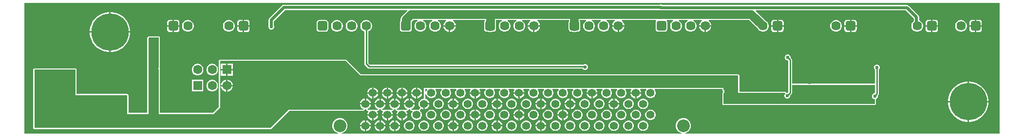
<source format=gbl>
G04*
G04 #@! TF.GenerationSoftware,Altium Limited,Altium Designer,21.2.2 (38)*
G04*
G04 Layer_Physical_Order=2*
G04 Layer_Color=16711680*
%FSLAX25Y25*%
%MOIN*%
G70*
G04*
G04 #@! TF.SameCoordinates,68047672-1E7F-4675-B640-9537CBAF5E22*
G04*
G04*
G04 #@! TF.FilePolarity,Positive*
G04*
G01*
G75*
%ADD15C,0.01000*%
%ADD36C,0.05500*%
%ADD53C,0.01968*%
%ADD56C,0.05906*%
%ADD58R,0.06299X0.06299*%
%ADD59C,0.06299*%
%ADD60C,0.25591*%
%ADD61C,0.02362*%
%ADD62C,0.08700*%
G04:AMPARAMS|DCode=63|XSize=63.78mil|YSize=63.78mil|CornerRadius=7.97mil|HoleSize=0mil|Usage=FLASHONLY|Rotation=0.000|XOffset=0mil|YOffset=0mil|HoleType=Round|Shape=RoundedRectangle|*
%AMROUNDEDRECTD63*
21,1,0.06378,0.04784,0,0,0.0*
21,1,0.04784,0.06378,0,0,0.0*
1,1,0.01595,0.02392,-0.02392*
1,1,0.01595,-0.02392,-0.02392*
1,1,0.01595,-0.02392,0.02392*
1,1,0.01595,0.02392,0.02392*
%
%ADD63ROUNDEDRECTD63*%
%ADD64C,0.06378*%
%ADD65C,0.11811*%
G36*
X722000Y101169D02*
X721831Y101000D01*
X506804D01*
X506738Y101500D01*
X507488Y101701D01*
X508662Y102379D01*
X509621Y103338D01*
X510299Y104512D01*
X510650Y105822D01*
Y107178D01*
X510299Y108488D01*
X509621Y109662D01*
X508662Y110621D01*
X507488Y111299D01*
X506178Y111650D01*
X504822D01*
X503512Y111299D01*
X502338Y110621D01*
X501379Y109662D01*
X500701Y108488D01*
X500350Y107178D01*
Y105822D01*
X500701Y104512D01*
X501379Y103338D01*
X502338Y102379D01*
X503512Y101701D01*
X504262Y101500D01*
X504196Y101000D01*
X271804D01*
X271738Y101500D01*
X272488Y101701D01*
X273662Y102379D01*
X274621Y103338D01*
X275299Y104512D01*
X275650Y105822D01*
Y107178D01*
X275299Y108488D01*
X274621Y109662D01*
X273662Y110621D01*
X272488Y111299D01*
X271178Y111650D01*
X269822D01*
X268512Y111299D01*
X267338Y110621D01*
X266379Y109662D01*
X265701Y108488D01*
X265350Y107178D01*
Y105822D01*
X265701Y104512D01*
X266379Y103338D01*
X267338Y102379D01*
X268512Y101701D01*
X269262Y101500D01*
X269196Y101000D01*
X54645D01*
Y190697D01*
X722000D01*
Y101169D01*
D02*
G37*
%LPC*%
G36*
X677892Y179224D02*
X676000D01*
Y175500D01*
X679724D01*
Y177392D01*
X679585Y178093D01*
X679187Y178688D01*
X678593Y179085D01*
X677892Y179224D01*
D02*
G37*
G36*
X622392D02*
X620500D01*
Y175500D01*
X624224D01*
Y177392D01*
X624085Y178093D01*
X623688Y178688D01*
X623093Y179085D01*
X622392Y179224D01*
D02*
G37*
G36*
X572392D02*
X570500D01*
Y175500D01*
X574224D01*
Y177392D01*
X574085Y178093D01*
X573688Y178688D01*
X573093Y179085D01*
X572392Y179224D01*
D02*
G37*
G36*
X707892D02*
X706000D01*
Y175500D01*
X709724D01*
Y177392D01*
X709585Y178093D01*
X709188Y178688D01*
X708593Y179085D01*
X707892Y179224D01*
D02*
G37*
G36*
X206886D02*
X204994D01*
Y175500D01*
X208718D01*
Y177392D01*
X208579Y178093D01*
X208181Y178688D01*
X207587Y179085D01*
X206886Y179224D01*
D02*
G37*
G36*
X158892D02*
X157000D01*
Y175500D01*
X160724D01*
Y177392D01*
X160585Y178093D01*
X160187Y178688D01*
X159593Y179085D01*
X158892Y179224D01*
D02*
G37*
G36*
X156000D02*
X154108D01*
X153407Y179085D01*
X152813Y178688D01*
X152415Y178093D01*
X152276Y177392D01*
Y175500D01*
X156000D01*
Y179224D01*
D02*
G37*
G36*
X675000D02*
X673108D01*
X672407Y179085D01*
X671812Y178688D01*
X671415Y178093D01*
X671276Y177392D01*
Y175500D01*
X675000D01*
Y179224D01*
D02*
G37*
G36*
X569500D02*
X567608D01*
X566907Y179085D01*
X566313Y178688D01*
X565915Y178093D01*
X565776Y177392D01*
Y175500D01*
X569500D01*
Y179224D01*
D02*
G37*
G36*
X705000D02*
X703108D01*
X702407Y179085D01*
X701813Y178688D01*
X701415Y178093D01*
X701276Y177392D01*
Y175500D01*
X705000D01*
Y179224D01*
D02*
G37*
G36*
X619500D02*
X617608D01*
X616907Y179085D01*
X616313Y178688D01*
X615915Y178093D01*
X615776Y177392D01*
Y175500D01*
X619500D01*
Y179224D01*
D02*
G37*
G36*
X203994D02*
X202102D01*
X201401Y179085D01*
X200806Y178688D01*
X200409Y178093D01*
X200270Y177392D01*
Y175500D01*
X203994D01*
Y179224D01*
D02*
G37*
G36*
X114330Y184551D02*
X113744D01*
Y171256D01*
X127039D01*
Y171842D01*
X126700Y173986D01*
X126029Y176051D01*
X125043Y177986D01*
X123767Y179743D01*
X122231Y181278D01*
X120474Y182555D01*
X118540Y183540D01*
X116474Y184212D01*
X114330Y184551D01*
D02*
G37*
G36*
X112744D02*
X112158D01*
X110014Y184212D01*
X107949Y183540D01*
X106014Y182555D01*
X104257Y181278D01*
X102722Y179743D01*
X101445Y177986D01*
X100460Y176051D01*
X99788Y173986D01*
X99449Y171842D01*
Y171256D01*
X112744D01*
Y184551D01*
D02*
G37*
G36*
X696025Y178989D02*
X694975D01*
X693960Y178717D01*
X693051Y178192D01*
X692308Y177449D01*
X691783Y176540D01*
X691511Y175525D01*
Y174475D01*
X691783Y173460D01*
X692308Y172551D01*
X693051Y171808D01*
X693960Y171283D01*
X694975Y171011D01*
X696025D01*
X697040Y171283D01*
X697949Y171808D01*
X698692Y172551D01*
X699217Y173460D01*
X699489Y174475D01*
Y175525D01*
X699217Y176540D01*
X698692Y177449D01*
X697949Y178192D01*
X697040Y178717D01*
X696025Y178989D01*
D02*
G37*
G36*
X490394Y189678D02*
X489606D01*
X489215Y189516D01*
X232197Y189516D01*
X231501Y189378D01*
X230910Y188983D01*
X230910Y188983D01*
X222214Y180286D01*
X221819Y179696D01*
X221681Y179000D01*
X221681Y179000D01*
Y175285D01*
X221519Y174894D01*
Y174106D01*
X221820Y173378D01*
X222378Y172820D01*
X223106Y172519D01*
X223894D01*
X224622Y172820D01*
X225180Y173378D01*
X225481Y174106D01*
Y174894D01*
X225319Y175285D01*
Y178246D01*
X232950Y185878D01*
X316477Y185878D01*
X316565Y185378D01*
X313167Y181980D01*
X312566Y181196D01*
X312188Y180283D01*
X312059Y179304D01*
Y178535D01*
X311711Y178015D01*
X311587Y177392D01*
Y172608D01*
X311711Y171985D01*
X312064Y171457D01*
X312593Y171104D01*
X313216Y170980D01*
X317999D01*
X318622Y171104D01*
X319151Y171457D01*
X319504Y171985D01*
X319628Y172608D01*
Y175228D01*
X319629Y175236D01*
Y177736D01*
X320871Y178978D01*
X323519D01*
X323653Y178478D01*
X323158Y178192D01*
X322416Y177449D01*
X321890Y176540D01*
X321619Y175525D01*
Y174475D01*
X321890Y173460D01*
X322416Y172551D01*
X323158Y171808D01*
X324068Y171283D01*
X325082Y171011D01*
X326133D01*
X327147Y171283D01*
X328057Y171808D01*
X328800Y172551D01*
X329325Y173460D01*
X329597Y174475D01*
Y175525D01*
X329325Y176540D01*
X328800Y177449D01*
X328057Y178192D01*
X327562Y178478D01*
X327696Y178978D01*
X333519D01*
X333653Y178478D01*
X333158Y178192D01*
X332416Y177449D01*
X331890Y176540D01*
X331619Y175525D01*
Y174475D01*
X331890Y173460D01*
X332416Y172551D01*
X333158Y171808D01*
X334068Y171283D01*
X335082Y171011D01*
X336133D01*
X337147Y171283D01*
X338057Y171808D01*
X338800Y172551D01*
X339325Y173460D01*
X339597Y174475D01*
Y175525D01*
X339325Y176540D01*
X338800Y177449D01*
X338057Y178192D01*
X337562Y178478D01*
X337696Y178978D01*
X343119D01*
X343253Y178478D01*
X343035Y178352D01*
X342255Y177572D01*
X341704Y176617D01*
X341419Y175551D01*
Y175500D01*
X349797D01*
Y175551D01*
X349511Y176617D01*
X348960Y177572D01*
X348180Y178352D01*
X347962Y178478D01*
X348096Y178978D01*
X369532D01*
X369663Y178478D01*
X369354Y178015D01*
X369230Y177392D01*
Y172608D01*
X369354Y171985D01*
X369707Y171457D01*
X370235Y171104D01*
X370858Y170980D01*
X371856D01*
X372270Y170808D01*
X373250Y170679D01*
X374230Y170808D01*
X374644Y170980D01*
X375642D01*
X376265Y171104D01*
X376793Y171457D01*
X377146Y171985D01*
X377270Y172608D01*
Y174692D01*
X377271Y174700D01*
Y178978D01*
X381162D01*
X381296Y178478D01*
X380801Y178192D01*
X380058Y177449D01*
X379533Y176540D01*
X379261Y175525D01*
Y174475D01*
X379533Y173460D01*
X380058Y172551D01*
X380801Y171808D01*
X381710Y171283D01*
X382725Y171011D01*
X383775D01*
X384790Y171283D01*
X385699Y171808D01*
X386442Y172551D01*
X386967Y173460D01*
X387239Y174475D01*
Y175525D01*
X386967Y176540D01*
X386442Y177449D01*
X385699Y178192D01*
X385204Y178478D01*
X385338Y178978D01*
X391162D01*
X391296Y178478D01*
X390801Y178192D01*
X390058Y177449D01*
X389533Y176540D01*
X389261Y175525D01*
Y174475D01*
X389533Y173460D01*
X390058Y172551D01*
X390801Y171808D01*
X391710Y171283D01*
X392725Y171011D01*
X393775D01*
X394790Y171283D01*
X395699Y171808D01*
X396442Y172551D01*
X396967Y173460D01*
X397239Y174475D01*
Y175525D01*
X396967Y176540D01*
X396442Y177449D01*
X395699Y178192D01*
X395204Y178478D01*
X395338Y178978D01*
X400762D01*
X400896Y178478D01*
X400678Y178352D01*
X399898Y177572D01*
X399346Y176617D01*
X399061Y175551D01*
Y175500D01*
X407439D01*
Y175551D01*
X407154Y176617D01*
X406602Y177572D01*
X405822Y178352D01*
X405604Y178478D01*
X405738Y178978D01*
X427215D01*
Y178143D01*
X427130Y178015D01*
X427006Y177392D01*
Y172608D01*
X427130Y171985D01*
X427483Y171457D01*
X428011Y171104D01*
X428634Y170980D01*
X429788D01*
X430020Y170883D01*
X431000Y170754D01*
X431980Y170883D01*
X432212Y170980D01*
X433418D01*
X434041Y171104D01*
X434569Y171457D01*
X434922Y171985D01*
X435046Y172608D01*
Y177392D01*
X434922Y178015D01*
X434785Y178220D01*
Y178978D01*
X438938D01*
X439072Y178478D01*
X438577Y178192D01*
X437834Y177449D01*
X437309Y176540D01*
X437037Y175525D01*
Y174475D01*
X437309Y173460D01*
X437834Y172551D01*
X438577Y171808D01*
X439486Y171283D01*
X440501Y171011D01*
X441551D01*
X442566Y171283D01*
X443475Y171808D01*
X444218Y172551D01*
X444743Y173460D01*
X445015Y174475D01*
Y175525D01*
X444743Y176540D01*
X444218Y177449D01*
X443475Y178192D01*
X442980Y178478D01*
X443114Y178978D01*
X448938D01*
X449072Y178478D01*
X448577Y178192D01*
X447834Y177449D01*
X447309Y176540D01*
X447037Y175525D01*
Y174475D01*
X447309Y173460D01*
X447834Y172551D01*
X448577Y171808D01*
X449486Y171283D01*
X450501Y171011D01*
X451551D01*
X452566Y171283D01*
X453475Y171808D01*
X454218Y172551D01*
X454743Y173460D01*
X455015Y174475D01*
Y175525D01*
X454743Y176540D01*
X454218Y177449D01*
X453475Y178192D01*
X452980Y178478D01*
X453114Y178978D01*
X458538D01*
X458672Y178478D01*
X458454Y178352D01*
X457674Y177572D01*
X457122Y176617D01*
X456837Y175551D01*
Y175500D01*
X465215D01*
Y175551D01*
X464929Y176617D01*
X464378Y177572D01*
X463598Y178352D01*
X463380Y178478D01*
X463514Y178978D01*
X486707D01*
X486838Y178749D01*
X486913Y178478D01*
X486604Y178015D01*
X486480Y177392D01*
Y172608D01*
X486604Y171985D01*
X486957Y171457D01*
X487485Y171104D01*
X488108Y170980D01*
X492892D01*
X493515Y171104D01*
X494043Y171457D01*
X494396Y171985D01*
X494520Y172608D01*
Y177392D01*
X494396Y178015D01*
X494087Y178478D01*
X494162Y178749D01*
X494293Y178978D01*
X498412D01*
X498546Y178478D01*
X498051Y178192D01*
X497308Y177449D01*
X496783Y176540D01*
X496511Y175525D01*
Y174475D01*
X496783Y173460D01*
X497308Y172551D01*
X498051Y171808D01*
X498960Y171283D01*
X499975Y171011D01*
X501025D01*
X502040Y171283D01*
X502949Y171808D01*
X503692Y172551D01*
X504217Y173460D01*
X504489Y174475D01*
Y175525D01*
X504217Y176540D01*
X503692Y177449D01*
X502949Y178192D01*
X502454Y178478D01*
X502588Y178978D01*
X508412D01*
X508546Y178478D01*
X508051Y178192D01*
X507308Y177449D01*
X506783Y176540D01*
X506511Y175525D01*
Y174475D01*
X506783Y173460D01*
X507308Y172551D01*
X508051Y171808D01*
X508960Y171283D01*
X509975Y171011D01*
X511025D01*
X512040Y171283D01*
X512949Y171808D01*
X513692Y172551D01*
X514217Y173460D01*
X514489Y174475D01*
Y175525D01*
X514217Y176540D01*
X513692Y177449D01*
X512949Y178192D01*
X512454Y178478D01*
X512588Y178978D01*
X518012D01*
X518146Y178478D01*
X517928Y178352D01*
X517148Y177572D01*
X516597Y176617D01*
X516311Y175551D01*
Y175500D01*
X524689D01*
Y175551D01*
X524403Y176617D01*
X523852Y177572D01*
X523072Y178352D01*
X522854Y178478D01*
X522988Y178978D01*
X550541D01*
X556589Y172930D01*
X556808Y172551D01*
X557551Y171808D01*
X558460Y171283D01*
X559475Y171011D01*
X560525D01*
X561540Y171283D01*
X562449Y171808D01*
X563192Y172551D01*
X563717Y173460D01*
X563989Y174475D01*
Y175525D01*
X563717Y176540D01*
X563192Y177449D01*
X562449Y178192D01*
X561540Y178717D01*
X561496Y178729D01*
X555044Y185181D01*
X555252Y185681D01*
X657747D01*
X663181Y180246D01*
Y178267D01*
X663051Y178192D01*
X662308Y177449D01*
X661783Y176540D01*
X661511Y175525D01*
Y174475D01*
X661783Y173460D01*
X662308Y172551D01*
X663051Y171808D01*
X663960Y171283D01*
X664975Y171011D01*
X666025D01*
X667040Y171283D01*
X667949Y171808D01*
X668692Y172551D01*
X669217Y173460D01*
X669489Y174475D01*
Y175525D01*
X669217Y176540D01*
X668692Y177449D01*
X667949Y178192D01*
X667040Y178717D01*
X666819Y178776D01*
Y181000D01*
X666819Y181000D01*
X666681Y181696D01*
X666286Y182286D01*
X666286Y182286D01*
X659786Y188786D01*
X659196Y189181D01*
X658500Y189319D01*
X658500Y189319D01*
X491179D01*
X491122Y189376D01*
X490394Y189678D01*
D02*
G37*
G36*
X610525Y178989D02*
X609475D01*
X608460Y178717D01*
X607551Y178192D01*
X606808Y177449D01*
X606283Y176540D01*
X606011Y175525D01*
Y174475D01*
X606283Y173460D01*
X606808Y172551D01*
X607551Y171808D01*
X608460Y171283D01*
X609475Y171011D01*
X610525D01*
X611540Y171283D01*
X612449Y171808D01*
X613192Y172551D01*
X613717Y173460D01*
X613989Y174475D01*
Y175525D01*
X613717Y176540D01*
X613192Y177449D01*
X612449Y178192D01*
X611540Y178717D01*
X610525Y178989D01*
D02*
G37*
G36*
X279025D02*
X277975D01*
X276960Y178717D01*
X276051Y178192D01*
X275308Y177449D01*
X274783Y176540D01*
X274511Y175525D01*
Y174475D01*
X274783Y173460D01*
X275308Y172551D01*
X276051Y171808D01*
X276960Y171283D01*
X277975Y171011D01*
X279025D01*
X280040Y171283D01*
X280949Y171808D01*
X281692Y172551D01*
X282217Y173460D01*
X282489Y174475D01*
Y175525D01*
X282217Y176540D01*
X281692Y177449D01*
X280949Y178192D01*
X280040Y178717D01*
X279025Y178989D01*
D02*
G37*
G36*
X269025D02*
X267975D01*
X266960Y178717D01*
X266051Y178192D01*
X265308Y177449D01*
X264783Y176540D01*
X264511Y175525D01*
Y174475D01*
X264783Y173460D01*
X265308Y172551D01*
X266051Y171808D01*
X266960Y171283D01*
X267975Y171011D01*
X269025D01*
X270040Y171283D01*
X270949Y171808D01*
X271692Y172551D01*
X272217Y173460D01*
X272489Y174475D01*
Y175525D01*
X272217Y176540D01*
X271692Y177449D01*
X270949Y178192D01*
X270040Y178717D01*
X269025Y178989D01*
D02*
G37*
G36*
X195019D02*
X193969D01*
X192954Y178717D01*
X192045Y178192D01*
X191302Y177449D01*
X190777Y176540D01*
X190505Y175525D01*
Y174475D01*
X190777Y173460D01*
X191302Y172551D01*
X192045Y171808D01*
X192954Y171283D01*
X193969Y171011D01*
X195019D01*
X196034Y171283D01*
X196943Y171808D01*
X197686Y172551D01*
X198211Y173460D01*
X198483Y174475D01*
Y175525D01*
X198211Y176540D01*
X197686Y177449D01*
X196943Y178192D01*
X196034Y178717D01*
X195019Y178989D01*
D02*
G37*
G36*
X167025D02*
X165975D01*
X164960Y178717D01*
X164051Y178192D01*
X163308Y177449D01*
X162783Y176540D01*
X162511Y175525D01*
Y174475D01*
X162783Y173460D01*
X163308Y172551D01*
X164051Y171808D01*
X164960Y171283D01*
X165975Y171011D01*
X167025D01*
X168040Y171283D01*
X168949Y171808D01*
X169692Y172551D01*
X170217Y173460D01*
X170489Y174475D01*
Y175525D01*
X170217Y176540D01*
X169692Y177449D01*
X168949Y178192D01*
X168040Y178717D01*
X167025Y178989D01*
D02*
G37*
G36*
X260892Y179020D02*
X256108D01*
X255485Y178896D01*
X254957Y178543D01*
X254604Y178015D01*
X254480Y177392D01*
Y172608D01*
X254604Y171985D01*
X254957Y171457D01*
X255485Y171104D01*
X256108Y170980D01*
X260892D01*
X261515Y171104D01*
X262043Y171457D01*
X262396Y171985D01*
X262520Y172608D01*
Y177392D01*
X262396Y178015D01*
X262043Y178543D01*
X261515Y178896D01*
X260892Y179020D01*
D02*
G37*
G36*
X524689Y174500D02*
X521000D01*
Y170811D01*
X521052D01*
X522117Y171097D01*
X523072Y171648D01*
X523852Y172428D01*
X524403Y173383D01*
X524689Y174449D01*
Y174500D01*
D02*
G37*
G36*
X520000D02*
X516311D01*
Y174449D01*
X516597Y173383D01*
X517148Y172428D01*
X517928Y171648D01*
X518883Y171097D01*
X519948Y170811D01*
X520000D01*
Y174500D01*
D02*
G37*
G36*
X465215D02*
X461526D01*
Y170811D01*
X461577D01*
X462643Y171097D01*
X463598Y171648D01*
X464378Y172428D01*
X464929Y173383D01*
X465215Y174449D01*
Y174500D01*
D02*
G37*
G36*
X460526D02*
X456837D01*
Y174449D01*
X457122Y173383D01*
X457674Y172428D01*
X458454Y171648D01*
X459409Y171097D01*
X460474Y170811D01*
X460526D01*
Y174500D01*
D02*
G37*
G36*
X407439D02*
X403750D01*
Y170811D01*
X403801D01*
X404867Y171097D01*
X405822Y171648D01*
X406602Y172428D01*
X407154Y173383D01*
X407439Y174449D01*
Y174500D01*
D02*
G37*
G36*
X402750D02*
X399061D01*
Y174449D01*
X399346Y173383D01*
X399898Y172428D01*
X400678Y171648D01*
X401633Y171097D01*
X402699Y170811D01*
X402750D01*
Y174500D01*
D02*
G37*
G36*
X349797D02*
X346108D01*
Y170811D01*
X346159D01*
X347224Y171097D01*
X348180Y171648D01*
X348960Y172428D01*
X349511Y173383D01*
X349797Y174449D01*
Y174500D01*
D02*
G37*
G36*
X345108D02*
X341419D01*
Y174449D01*
X341704Y173383D01*
X342255Y172428D01*
X343035Y171648D01*
X343991Y171097D01*
X345056Y170811D01*
X345108D01*
Y174500D01*
D02*
G37*
G36*
X709724D02*
X706000D01*
Y170776D01*
X707892D01*
X708593Y170915D01*
X709188Y171312D01*
X709585Y171907D01*
X709724Y172608D01*
Y174500D01*
D02*
G37*
G36*
X705000D02*
X701276D01*
Y172608D01*
X701415Y171907D01*
X701813Y171312D01*
X702407Y170915D01*
X703108Y170776D01*
X705000D01*
Y174500D01*
D02*
G37*
G36*
X679724D02*
X676000D01*
Y170776D01*
X677892D01*
X678593Y170915D01*
X679187Y171312D01*
X679585Y171907D01*
X679724Y172608D01*
Y174500D01*
D02*
G37*
G36*
X675000D02*
X671276D01*
Y172608D01*
X671415Y171907D01*
X671812Y171312D01*
X672407Y170915D01*
X673108Y170776D01*
X675000D01*
Y174500D01*
D02*
G37*
G36*
X624224D02*
X620500D01*
Y170776D01*
X622392D01*
X623093Y170915D01*
X623688Y171312D01*
X624085Y171907D01*
X624224Y172608D01*
Y174500D01*
D02*
G37*
G36*
X619500D02*
X615776D01*
Y172608D01*
X615915Y171907D01*
X616313Y171312D01*
X616907Y170915D01*
X617608Y170776D01*
X619500D01*
Y174500D01*
D02*
G37*
G36*
X574224D02*
X570500D01*
Y170776D01*
X572392D01*
X573093Y170915D01*
X573688Y171312D01*
X574085Y171907D01*
X574224Y172608D01*
Y174500D01*
D02*
G37*
G36*
X569500D02*
X565776D01*
Y172608D01*
X565915Y171907D01*
X566313Y171312D01*
X566907Y170915D01*
X567608Y170776D01*
X569500D01*
Y174500D01*
D02*
G37*
G36*
X208718D02*
X204994D01*
Y170776D01*
X206886D01*
X207587Y170915D01*
X208181Y171312D01*
X208579Y171907D01*
X208718Y172608D01*
Y174500D01*
D02*
G37*
G36*
X203994D02*
X200270D01*
Y172608D01*
X200409Y171907D01*
X200806Y171312D01*
X201401Y170915D01*
X202102Y170776D01*
X203994D01*
Y174500D01*
D02*
G37*
G36*
X160724D02*
X157000D01*
Y170776D01*
X158892D01*
X159593Y170915D01*
X160187Y171312D01*
X160585Y171907D01*
X160724Y172608D01*
Y174500D01*
D02*
G37*
G36*
X156000D02*
X152276D01*
Y172608D01*
X152415Y171907D01*
X152813Y171312D01*
X153407Y170915D01*
X154108Y170776D01*
X156000D01*
Y174500D01*
D02*
G37*
G36*
X127039Y170256D02*
X113744D01*
Y156961D01*
X114330D01*
X116474Y157300D01*
X118540Y157971D01*
X120474Y158957D01*
X122231Y160233D01*
X123767Y161769D01*
X125043Y163526D01*
X126029Y165460D01*
X126700Y167525D01*
X127039Y169670D01*
Y170256D01*
D02*
G37*
G36*
X112744D02*
X99449D01*
Y169670D01*
X99788Y167525D01*
X100460Y165460D01*
X101445Y163526D01*
X102722Y161769D01*
X104257Y160233D01*
X106014Y158957D01*
X107949Y157971D01*
X110014Y157300D01*
X112158Y156961D01*
X112744D01*
Y170256D01*
D02*
G37*
G36*
X289025Y178989D02*
X287975D01*
X286960Y178717D01*
X286051Y178192D01*
X285308Y177449D01*
X284783Y176540D01*
X284511Y175525D01*
Y174475D01*
X284783Y173460D01*
X285308Y172551D01*
X286051Y171808D01*
X286960Y171283D01*
X287175Y171225D01*
Y149000D01*
X287275Y148493D01*
X287563Y148063D01*
X289563Y146063D01*
X289993Y145775D01*
X290500Y145675D01*
X436561D01*
X437104Y145132D01*
X437832Y144830D01*
X438620D01*
X439349Y145132D01*
X439906Y145689D01*
X440207Y146417D01*
Y147205D01*
X439906Y147933D01*
X439349Y148491D01*
X438620Y148792D01*
X437832D01*
X437104Y148491D01*
X436939Y148326D01*
X291049D01*
X289826Y149549D01*
Y171225D01*
X290040Y171283D01*
X290949Y171808D01*
X291692Y172551D01*
X292217Y173460D01*
X292489Y174475D01*
Y175525D01*
X292217Y176540D01*
X291692Y177449D01*
X290949Y178192D01*
X290040Y178717D01*
X289025Y178989D01*
D02*
G37*
G36*
X183674Y148950D02*
X182634D01*
X181629Y148680D01*
X180728Y148161D01*
X179993Y147425D01*
X179473Y146525D01*
X179204Y145520D01*
Y144480D01*
X179473Y143475D01*
X179993Y142575D01*
X180728Y141840D01*
X181629Y141320D01*
X182634Y141050D01*
X183674D01*
X184678Y141320D01*
X185579Y141840D01*
X186314Y142575D01*
X186834Y143475D01*
X187103Y144480D01*
Y145520D01*
X186834Y146525D01*
X186314Y147425D01*
X185579Y148161D01*
X184678Y148680D01*
X183674Y148950D01*
D02*
G37*
G36*
X173673D02*
X172634D01*
X171629Y148680D01*
X170728Y148161D01*
X169993Y147425D01*
X169473Y146525D01*
X169204Y145520D01*
Y144480D01*
X169473Y143475D01*
X169993Y142575D01*
X170728Y141840D01*
X171629Y141320D01*
X172634Y141050D01*
X173673D01*
X174678Y141320D01*
X175579Y141840D01*
X176314Y142575D01*
X176834Y143475D01*
X177103Y144480D01*
Y145520D01*
X176834Y146525D01*
X176314Y147425D01*
X175579Y148161D01*
X174678Y148680D01*
X173673Y148950D01*
D02*
G37*
G36*
X183674Y137950D02*
X182634D01*
X181629Y137680D01*
X180728Y137161D01*
X179993Y136425D01*
X179473Y135524D01*
X179204Y134520D01*
Y133480D01*
X179473Y132475D01*
X179993Y131575D01*
X180728Y130840D01*
X181629Y130320D01*
X182634Y130050D01*
X183674D01*
X184678Y130320D01*
X185579Y130840D01*
X186314Y131575D01*
X186834Y132475D01*
X187103Y133480D01*
Y134520D01*
X186834Y135524D01*
X186314Y136425D01*
X185579Y137161D01*
X184678Y137680D01*
X183674Y137950D01*
D02*
G37*
G36*
X177103D02*
X169204D01*
Y130050D01*
X177103D01*
Y137950D01*
D02*
G37*
G36*
X476748Y128500D02*
X473500D01*
Y125252D01*
X474447Y125506D01*
X475303Y125999D01*
X476001Y126698D01*
X476494Y127552D01*
X476748Y128500D01*
D02*
G37*
G36*
X472500D02*
X469252D01*
X469506Y127552D01*
X469999Y126698D01*
X470697Y125999D01*
X471553Y125506D01*
X472500Y125252D01*
Y128500D01*
D02*
G37*
G36*
X446748D02*
X443500D01*
Y125252D01*
X444448Y125506D01*
X445302Y125999D01*
X446001Y126698D01*
X446494Y127552D01*
X446748Y128500D01*
D02*
G37*
G36*
X442500D02*
X439252D01*
X439506Y127552D01*
X439999Y126698D01*
X440697Y125999D01*
X441552Y125506D01*
X442500Y125252D01*
Y128500D01*
D02*
G37*
G36*
X396748D02*
X393500D01*
Y125252D01*
X394447Y125506D01*
X395303Y125999D01*
X396001Y126698D01*
X396494Y127552D01*
X396748Y128500D01*
D02*
G37*
G36*
X392500D02*
X389252D01*
X389506Y127552D01*
X389999Y126698D01*
X390697Y125999D01*
X391553Y125506D01*
X392500Y125252D01*
Y128500D01*
D02*
G37*
G36*
X366748D02*
X363500D01*
Y125252D01*
X364447Y125506D01*
X365303Y125999D01*
X366001Y126698D01*
X366494Y127552D01*
X366748Y128500D01*
D02*
G37*
G36*
X362500D02*
X359252D01*
X359506Y127552D01*
X359999Y126698D01*
X360697Y125999D01*
X361553Y125506D01*
X362500Y125252D01*
Y128500D01*
D02*
G37*
G36*
X701586Y136795D02*
X701000D01*
Y123500D01*
X714295D01*
Y124086D01*
X713956Y126230D01*
X713285Y128296D01*
X712299Y130230D01*
X711022Y131987D01*
X709487Y133522D01*
X707730Y134799D01*
X705796Y135785D01*
X703730Y136456D01*
X701586Y136795D01*
D02*
G37*
G36*
X700000D02*
X699414D01*
X697270Y136456D01*
X695204Y135785D01*
X693270Y134799D01*
X691513Y133522D01*
X689978Y131987D01*
X688701Y130230D01*
X687715Y128296D01*
X687044Y126230D01*
X686705Y124086D01*
Y123500D01*
X700000D01*
Y136795D01*
D02*
G37*
G36*
X458500Y125248D02*
Y122000D01*
X461748D01*
X461494Y122948D01*
X461001Y123802D01*
X460302Y124501D01*
X459447Y124994D01*
X458500Y125248D01*
D02*
G37*
G36*
X457500D02*
X456553Y124994D01*
X455697Y124501D01*
X454999Y123802D01*
X454506Y122948D01*
X454252Y122000D01*
X457500D01*
Y125248D01*
D02*
G37*
G36*
X428500D02*
Y122000D01*
X431748D01*
X431494Y122948D01*
X431001Y123802D01*
X430302Y124501D01*
X429448Y124994D01*
X428500Y125248D01*
D02*
G37*
G36*
X427500D02*
X426552Y124994D01*
X425698Y124501D01*
X424999Y123802D01*
X424506Y122948D01*
X424252Y122000D01*
X427500D01*
Y125248D01*
D02*
G37*
G36*
X408500D02*
Y122000D01*
X411748D01*
X411494Y122948D01*
X411001Y123802D01*
X410302Y124501D01*
X409447Y124994D01*
X408500Y125248D01*
D02*
G37*
G36*
X407500D02*
X406553Y124994D01*
X405697Y124501D01*
X404999Y123802D01*
X404506Y122948D01*
X404252Y122000D01*
X407500D01*
Y125248D01*
D02*
G37*
G36*
X378500D02*
Y122000D01*
X381748D01*
X381494Y122948D01*
X381001Y123802D01*
X380303Y124501D01*
X379447Y124994D01*
X378500Y125248D01*
D02*
G37*
G36*
X377500D02*
X376553Y124994D01*
X375697Y124501D01*
X374999Y123802D01*
X374506Y122948D01*
X374252Y122000D01*
X377500D01*
Y125248D01*
D02*
G37*
G36*
X348500D02*
Y122000D01*
X351748D01*
X351494Y122948D01*
X351001Y123802D01*
X350303Y124501D01*
X349447Y124994D01*
X348500Y125248D01*
D02*
G37*
G36*
X347500D02*
X346553Y124994D01*
X345697Y124501D01*
X344999Y123802D01*
X344506Y122948D01*
X344252Y122000D01*
X347500D01*
Y125248D01*
D02*
G37*
G36*
X478467Y125050D02*
X477533D01*
X476630Y124808D01*
X475820Y124341D01*
X475159Y123680D01*
X474692Y122870D01*
X474450Y121967D01*
Y121033D01*
X474692Y120130D01*
X475159Y119320D01*
X475820Y118659D01*
X476630Y118192D01*
X477533Y117950D01*
X478467D01*
X479370Y118192D01*
X480180Y118659D01*
X480841Y119320D01*
X481308Y120130D01*
X481550Y121033D01*
Y121967D01*
X481308Y122870D01*
X480841Y123680D01*
X480180Y124341D01*
X479370Y124808D01*
X478467Y125050D01*
D02*
G37*
G36*
X468467D02*
X467533D01*
X466630Y124808D01*
X465820Y124341D01*
X465159Y123680D01*
X464692Y122870D01*
X464450Y121967D01*
Y121033D01*
X464692Y120130D01*
X465159Y119320D01*
X465820Y118659D01*
X466630Y118192D01*
X467533Y117950D01*
X468467D01*
X469370Y118192D01*
X470180Y118659D01*
X470841Y119320D01*
X471308Y120130D01*
X471550Y121033D01*
Y121967D01*
X471308Y122870D01*
X470841Y123680D01*
X470180Y124341D01*
X469370Y124808D01*
X468467Y125050D01*
D02*
G37*
G36*
X448467D02*
X447533D01*
X446630Y124808D01*
X445820Y124341D01*
X445159Y123680D01*
X444692Y122870D01*
X444450Y121967D01*
Y121033D01*
X444692Y120130D01*
X445159Y119320D01*
X445820Y118659D01*
X446630Y118192D01*
X447533Y117950D01*
X448467D01*
X449370Y118192D01*
X450180Y118659D01*
X450841Y119320D01*
X451308Y120130D01*
X451550Y121033D01*
Y121967D01*
X451308Y122870D01*
X450841Y123680D01*
X450180Y124341D01*
X449370Y124808D01*
X448467Y125050D01*
D02*
G37*
G36*
X438467D02*
X437533D01*
X436630Y124808D01*
X435820Y124341D01*
X435159Y123680D01*
X434692Y122870D01*
X434450Y121967D01*
Y121033D01*
X434692Y120130D01*
X435159Y119320D01*
X435820Y118659D01*
X436630Y118192D01*
X437533Y117950D01*
X438467D01*
X439370Y118192D01*
X440180Y118659D01*
X440841Y119320D01*
X441308Y120130D01*
X441550Y121033D01*
Y121967D01*
X441308Y122870D01*
X440841Y123680D01*
X440180Y124341D01*
X439370Y124808D01*
X438467Y125050D01*
D02*
G37*
G36*
X418467D02*
X417533D01*
X416630Y124808D01*
X415820Y124341D01*
X415159Y123680D01*
X414692Y122870D01*
X414450Y121967D01*
Y121033D01*
X414692Y120130D01*
X415159Y119320D01*
X415820Y118659D01*
X416630Y118192D01*
X417533Y117950D01*
X418467D01*
X419370Y118192D01*
X420180Y118659D01*
X420841Y119320D01*
X421308Y120130D01*
X421550Y121033D01*
Y121967D01*
X421308Y122870D01*
X420841Y123680D01*
X420180Y124341D01*
X419370Y124808D01*
X418467Y125050D01*
D02*
G37*
G36*
X398467D02*
X397533D01*
X396630Y124808D01*
X395820Y124341D01*
X395159Y123680D01*
X394692Y122870D01*
X394450Y121967D01*
Y121033D01*
X394692Y120130D01*
X395159Y119320D01*
X395820Y118659D01*
X396630Y118192D01*
X397533Y117950D01*
X398467D01*
X399370Y118192D01*
X400180Y118659D01*
X400841Y119320D01*
X401308Y120130D01*
X401550Y121033D01*
Y121967D01*
X401308Y122870D01*
X400841Y123680D01*
X400180Y124341D01*
X399370Y124808D01*
X398467Y125050D01*
D02*
G37*
G36*
X388467D02*
X387533D01*
X386630Y124808D01*
X385820Y124341D01*
X385159Y123680D01*
X384692Y122870D01*
X384450Y121967D01*
Y121033D01*
X384692Y120130D01*
X385159Y119320D01*
X385820Y118659D01*
X386630Y118192D01*
X387533Y117950D01*
X388467D01*
X389370Y118192D01*
X390180Y118659D01*
X390841Y119320D01*
X391308Y120130D01*
X391550Y121033D01*
Y121967D01*
X391308Y122870D01*
X390841Y123680D01*
X390180Y124341D01*
X389370Y124808D01*
X388467Y125050D01*
D02*
G37*
G36*
X368467D02*
X367533D01*
X366630Y124808D01*
X365820Y124341D01*
X365159Y123680D01*
X364692Y122870D01*
X364450Y121967D01*
Y121033D01*
X364692Y120130D01*
X365159Y119320D01*
X365820Y118659D01*
X366630Y118192D01*
X367533Y117950D01*
X368467D01*
X369370Y118192D01*
X370180Y118659D01*
X370841Y119320D01*
X371308Y120130D01*
X371550Y121033D01*
Y121967D01*
X371308Y122870D01*
X370841Y123680D01*
X370180Y124341D01*
X369370Y124808D01*
X368467Y125050D01*
D02*
G37*
G36*
X358467D02*
X357533D01*
X356630Y124808D01*
X355820Y124341D01*
X355159Y123680D01*
X354692Y122870D01*
X354450Y121967D01*
Y121033D01*
X354692Y120130D01*
X355159Y119320D01*
X355820Y118659D01*
X356630Y118192D01*
X357533Y117950D01*
X358467D01*
X359370Y118192D01*
X360180Y118659D01*
X360841Y119320D01*
X361308Y120130D01*
X361550Y121033D01*
Y121967D01*
X361308Y122870D01*
X360841Y123680D01*
X360180Y124341D01*
X359370Y124808D01*
X358467Y125050D01*
D02*
G37*
G36*
X338467D02*
X337533D01*
X336630Y124808D01*
X335820Y124341D01*
X335159Y123680D01*
X334692Y122870D01*
X334450Y121967D01*
Y121033D01*
X334692Y120130D01*
X335159Y119320D01*
X335820Y118659D01*
X336630Y118192D01*
X337533Y117950D01*
X338467D01*
X339370Y118192D01*
X340180Y118659D01*
X340841Y119320D01*
X341308Y120130D01*
X341550Y121033D01*
Y121967D01*
X341308Y122870D01*
X340841Y123680D01*
X340180Y124341D01*
X339370Y124808D01*
X338467Y125050D01*
D02*
G37*
G36*
X461748Y121000D02*
X458500D01*
Y117752D01*
X459447Y118006D01*
X460302Y118499D01*
X461001Y119197D01*
X461494Y120053D01*
X461748Y121000D01*
D02*
G37*
G36*
X457500D02*
X454252D01*
X454506Y120053D01*
X454999Y119197D01*
X455697Y118499D01*
X456553Y118006D01*
X457500Y117752D01*
Y121000D01*
D02*
G37*
G36*
X431748D02*
X428500D01*
Y117752D01*
X429448Y118006D01*
X430302Y118499D01*
X431001Y119197D01*
X431494Y120053D01*
X431748Y121000D01*
D02*
G37*
G36*
X427500D02*
X424252D01*
X424506Y120053D01*
X424999Y119197D01*
X425698Y118499D01*
X426552Y118006D01*
X427500Y117752D01*
Y121000D01*
D02*
G37*
G36*
X411748D02*
X408500D01*
Y117752D01*
X409447Y118006D01*
X410302Y118499D01*
X411001Y119197D01*
X411494Y120053D01*
X411748Y121000D01*
D02*
G37*
G36*
X407500D02*
X404252D01*
X404506Y120053D01*
X404999Y119197D01*
X405697Y118499D01*
X406553Y118006D01*
X407500Y117752D01*
Y121000D01*
D02*
G37*
G36*
X381748D02*
X378500D01*
Y117752D01*
X379447Y118006D01*
X380303Y118499D01*
X381001Y119197D01*
X381494Y120053D01*
X381748Y121000D01*
D02*
G37*
G36*
X377500D02*
X374252D01*
X374506Y120053D01*
X374999Y119197D01*
X375697Y118499D01*
X376553Y118006D01*
X377500Y117752D01*
Y121000D01*
D02*
G37*
G36*
X351748D02*
X348500D01*
Y117752D01*
X349447Y118006D01*
X350303Y118499D01*
X351001Y119197D01*
X351494Y120053D01*
X351748Y121000D01*
D02*
G37*
G36*
X347500D02*
X344252D01*
X344506Y120053D01*
X344999Y119197D01*
X345697Y118499D01*
X346553Y118006D01*
X347500Y117752D01*
Y121000D01*
D02*
G37*
G36*
X331748D02*
X328500D01*
Y117752D01*
X329447Y118006D01*
X330303Y118499D01*
X331001Y119197D01*
X331494Y120053D01*
X331748Y121000D01*
D02*
G37*
G36*
X139844Y167816D02*
X139673Y167782D01*
X139532Y167754D01*
X139532Y167754D01*
X139532Y167754D01*
X139406Y167669D01*
X139268Y167577D01*
X139268Y167577D01*
X139267Y167577D01*
X138914Y167223D01*
X138914Y167223D01*
X138914Y167223D01*
X138811Y167069D01*
X138737Y166958D01*
X138737Y166958D01*
X138737Y166958D01*
X138708Y166813D01*
X138675Y166646D01*
X138675Y166646D01*
X138675Y166646D01*
X138704Y115648D01*
X138350Y115295D01*
X125816Y115314D01*
Y127500D01*
X125754Y127812D01*
X125577Y128077D01*
X125312Y128254D01*
X125000Y128316D01*
X90316D01*
Y145000D01*
X90254Y145312D01*
X90077Y145577D01*
X89812Y145754D01*
X89500Y145816D01*
X61500D01*
X61188Y145754D01*
X60923Y145577D01*
X60746Y145312D01*
X60684Y145000D01*
Y105000D01*
X60746Y104688D01*
X60923Y104423D01*
X61188Y104246D01*
X61500Y104184D01*
X223000D01*
X223000Y104184D01*
X223312Y104246D01*
X223577Y104423D01*
X235838Y116684D01*
X286508D01*
X286612Y116705D01*
X286719Y116712D01*
X286767Y116736D01*
X286820Y116746D01*
X286908Y116806D01*
X287004Y116853D01*
X287039Y116893D01*
X287084Y116923D01*
X287143Y117012D01*
X287214Y117092D01*
X287231Y117143D01*
X287261Y117188D01*
X287282Y117292D01*
X287316Y117394D01*
X287329Y117487D01*
X287514Y117909D01*
X287879Y117950D01*
X288121D01*
X288486Y117909D01*
X288671Y117487D01*
X288684Y117394D01*
X288718Y117292D01*
X288739Y117188D01*
X288769Y117143D01*
X288786Y117092D01*
X288857Y117012D01*
X288916Y116923D01*
X288961Y116893D01*
X288996Y116853D01*
X289092Y116806D01*
X289180Y116746D01*
X289233Y116736D01*
X289281Y116712D01*
X289388Y116705D01*
X289493Y116684D01*
X289738D01*
X289931Y116184D01*
X289506Y115447D01*
X289252Y114500D01*
X296748D01*
X296494Y115447D01*
X296069Y116184D01*
X296262Y116684D01*
X296508D01*
X296612Y116705D01*
X296719Y116712D01*
X296767Y116736D01*
X296820Y116746D01*
X296908Y116806D01*
X297004Y116853D01*
X297040Y116893D01*
X297084Y116923D01*
X297144Y117012D01*
X297214Y117092D01*
X297231Y117143D01*
X297261Y117188D01*
X297282Y117292D01*
X297316Y117394D01*
X297328Y117487D01*
X297514Y117909D01*
X297879Y117950D01*
X298121D01*
X298486Y117909D01*
X298672Y117487D01*
X298684Y117394D01*
X298718Y117292D01*
X298739Y117188D01*
X298769Y117143D01*
X298786Y117092D01*
X298856Y117012D01*
X298916Y116923D01*
X298960Y116893D01*
X298996Y116853D01*
X299092Y116806D01*
X299180Y116746D01*
X299233Y116736D01*
X299281Y116712D01*
X299388Y116705D01*
X299493Y116684D01*
X299738D01*
X299931Y116184D01*
X299506Y115447D01*
X299252Y114500D01*
X306748D01*
X306494Y115447D01*
X306069Y116184D01*
X306262Y116684D01*
X306507D01*
X306612Y116705D01*
X306719Y116712D01*
X306767Y116736D01*
X306820Y116746D01*
X306908Y116806D01*
X307004Y116853D01*
X307039Y116893D01*
X307084Y116923D01*
X307143Y117012D01*
X307214Y117092D01*
X307231Y117143D01*
X307261Y117188D01*
X307282Y117292D01*
X307316Y117394D01*
X307329Y117487D01*
X307514Y117909D01*
X307879Y117950D01*
X308121D01*
X308486Y117909D01*
X308671Y117487D01*
X308684Y117394D01*
X308718Y117292D01*
X308739Y117188D01*
X308769Y117143D01*
X308786Y117092D01*
X308857Y117012D01*
X308916Y116923D01*
X308961Y116893D01*
X308996Y116853D01*
X309092Y116806D01*
X309180Y116746D01*
X309233Y116736D01*
X309281Y116712D01*
X309388Y116705D01*
X309492Y116684D01*
X309738D01*
X309931Y116184D01*
X309506Y115447D01*
X309252Y114500D01*
X316748D01*
X316494Y115447D01*
X316069Y116184D01*
X316262Y116684D01*
X316508D01*
X316612Y116705D01*
X316719Y116712D01*
X316767Y116736D01*
X316820Y116746D01*
X316908Y116806D01*
X317004Y116853D01*
X317039Y116893D01*
X317084Y116923D01*
X317144Y117012D01*
X317214Y117092D01*
X317231Y117143D01*
X317261Y117188D01*
X317282Y117292D01*
X317316Y117394D01*
X317329Y117487D01*
X317514Y117909D01*
X317879Y117950D01*
X318121D01*
X318486Y117909D01*
X318671Y117487D01*
X318684Y117394D01*
X318718Y117292D01*
X318739Y117188D01*
X318769Y117143D01*
X318786Y117092D01*
X318857Y117012D01*
X318916Y116923D01*
X318960Y116893D01*
X318996Y116853D01*
X319092Y116806D01*
X319180Y116746D01*
X319233Y116736D01*
X319281Y116712D01*
X319388Y116705D01*
X319493Y116684D01*
X320011D01*
X320202Y116222D01*
X320159Y116180D01*
X319692Y115370D01*
X319450Y114467D01*
Y113533D01*
X319692Y112630D01*
X320159Y111820D01*
X320820Y111159D01*
X321630Y110692D01*
X322533Y110450D01*
X323467D01*
X324370Y110692D01*
X325180Y111159D01*
X325841Y111820D01*
X326308Y112630D01*
X326550Y113533D01*
Y114467D01*
X326308Y115370D01*
X325841Y116180D01*
X325441Y116580D01*
X325403Y117231D01*
X325428Y117275D01*
X326303Y118150D01*
X326553Y118006D01*
X327500Y117752D01*
Y121500D01*
X328000D01*
Y122000D01*
X331748D01*
X331494Y122948D01*
X331001Y123802D01*
X330303Y124501D01*
X329447Y124994D01*
X328816Y125164D01*
Y131684D01*
X330011D01*
X330202Y131222D01*
X330159Y131180D01*
X329692Y130370D01*
X329450Y129467D01*
Y128533D01*
X329692Y127630D01*
X330159Y126820D01*
X330820Y126159D01*
X331630Y125692D01*
X332533Y125450D01*
X333467D01*
X334370Y125692D01*
X335180Y126159D01*
X335841Y126820D01*
X336308Y127630D01*
X336550Y128533D01*
Y129467D01*
X336308Y130370D01*
X335841Y131180D01*
X335798Y131222D01*
X335989Y131684D01*
X340011D01*
X340202Y131222D01*
X340159Y131180D01*
X339692Y130370D01*
X339450Y129467D01*
Y128533D01*
X339692Y127630D01*
X340159Y126820D01*
X340820Y126159D01*
X341630Y125692D01*
X342533Y125450D01*
X343467D01*
X344370Y125692D01*
X345180Y126159D01*
X345841Y126820D01*
X346308Y127630D01*
X346550Y128533D01*
Y129467D01*
X346308Y130370D01*
X345841Y131180D01*
X345798Y131222D01*
X345989Y131684D01*
X350011D01*
X350202Y131222D01*
X350159Y131180D01*
X349692Y130370D01*
X349450Y129467D01*
Y128533D01*
X349692Y127630D01*
X350159Y126820D01*
X350820Y126159D01*
X351630Y125692D01*
X352533Y125450D01*
X353467D01*
X354370Y125692D01*
X355180Y126159D01*
X355841Y126820D01*
X356308Y127630D01*
X356550Y128533D01*
Y129467D01*
X356308Y130370D01*
X355841Y131180D01*
X355798Y131222D01*
X355989Y131684D01*
X359738D01*
X359931Y131184D01*
X359506Y130447D01*
X359252Y129500D01*
X366748D01*
X366494Y130447D01*
X366069Y131184D01*
X366262Y131684D01*
X370011D01*
X370202Y131222D01*
X370159Y131180D01*
X369692Y130370D01*
X369450Y129467D01*
Y128533D01*
X369692Y127630D01*
X370159Y126820D01*
X370820Y126159D01*
X371630Y125692D01*
X372533Y125450D01*
X373467D01*
X374370Y125692D01*
X375180Y126159D01*
X375841Y126820D01*
X376308Y127630D01*
X376550Y128533D01*
Y129467D01*
X376308Y130370D01*
X375841Y131180D01*
X375798Y131222D01*
X375989Y131684D01*
X380011D01*
X380202Y131222D01*
X380159Y131180D01*
X379692Y130370D01*
X379450Y129467D01*
Y128533D01*
X379692Y127630D01*
X380159Y126820D01*
X380820Y126159D01*
X381630Y125692D01*
X382533Y125450D01*
X383467D01*
X384370Y125692D01*
X385180Y126159D01*
X385841Y126820D01*
X386308Y127630D01*
X386550Y128533D01*
Y129467D01*
X386308Y130370D01*
X385841Y131180D01*
X385798Y131222D01*
X385989Y131684D01*
X389738D01*
X389931Y131184D01*
X389506Y130447D01*
X389252Y129500D01*
X396748D01*
X396494Y130447D01*
X396069Y131184D01*
X396262Y131684D01*
X400011Y131684D01*
X400202Y131222D01*
X400159Y131180D01*
X399692Y130370D01*
X399450Y129467D01*
Y128533D01*
X399692Y127630D01*
X400159Y126820D01*
X400820Y126159D01*
X401630Y125692D01*
X402533Y125450D01*
X403467D01*
X404370Y125692D01*
X405180Y126159D01*
X405841Y126820D01*
X406308Y127630D01*
X406550Y128533D01*
Y129467D01*
X406308Y130370D01*
X405841Y131180D01*
X405798Y131222D01*
X405989Y131684D01*
X410011D01*
X410202Y131222D01*
X410159Y131180D01*
X409692Y130370D01*
X409450Y129467D01*
Y128533D01*
X409692Y127630D01*
X410159Y126820D01*
X410820Y126159D01*
X411630Y125692D01*
X412533Y125450D01*
X413467D01*
X414370Y125692D01*
X415180Y126159D01*
X415841Y126820D01*
X416308Y127630D01*
X416550Y128533D01*
Y129467D01*
X416308Y130370D01*
X415841Y131180D01*
X415798Y131222D01*
X415989Y131684D01*
X420011D01*
X420202Y131222D01*
X420159Y131180D01*
X419692Y130370D01*
X419450Y129467D01*
Y128533D01*
X419692Y127630D01*
X420159Y126820D01*
X420820Y126159D01*
X421630Y125692D01*
X422533Y125450D01*
X423467D01*
X424370Y125692D01*
X425180Y126159D01*
X425841Y126820D01*
X426308Y127630D01*
X426550Y128533D01*
Y129467D01*
X426308Y130370D01*
X425841Y131180D01*
X425798Y131222D01*
X425989Y131684D01*
X430011D01*
X430202Y131222D01*
X430159Y131180D01*
X429692Y130370D01*
X429450Y129467D01*
Y128533D01*
X429692Y127630D01*
X430159Y126820D01*
X430820Y126159D01*
X431630Y125692D01*
X432533Y125450D01*
X433467D01*
X434370Y125692D01*
X435180Y126159D01*
X435841Y126820D01*
X436308Y127630D01*
X436550Y128533D01*
Y129467D01*
X436308Y130370D01*
X435841Y131180D01*
X435798Y131222D01*
X435989Y131684D01*
X439738D01*
X439931Y131184D01*
X439506Y130447D01*
X439252Y129500D01*
X446748D01*
X446494Y130447D01*
X446069Y131184D01*
X446262Y131684D01*
X450011D01*
X450202Y131222D01*
X450159Y131180D01*
X449692Y130370D01*
X449450Y129467D01*
Y128533D01*
X449692Y127630D01*
X450159Y126820D01*
X450820Y126159D01*
X451630Y125692D01*
X452533Y125450D01*
X453467D01*
X454370Y125692D01*
X455180Y126159D01*
X455841Y126820D01*
X456308Y127630D01*
X456550Y128533D01*
Y129467D01*
X456308Y130370D01*
X455841Y131180D01*
X455798Y131222D01*
X455989Y131684D01*
X460011D01*
X460202Y131222D01*
X460159Y131180D01*
X459692Y130370D01*
X459450Y129467D01*
Y128533D01*
X459692Y127630D01*
X460159Y126820D01*
X460820Y126159D01*
X461630Y125692D01*
X462533Y125450D01*
X463467D01*
X464370Y125692D01*
X465180Y126159D01*
X465841Y126820D01*
X466308Y127630D01*
X466550Y128533D01*
Y129467D01*
X466308Y130370D01*
X465841Y131180D01*
X465798Y131222D01*
X465989Y131684D01*
X469738D01*
X469931Y131184D01*
X469506Y130447D01*
X469252Y129500D01*
X476748D01*
X476494Y130447D01*
X476069Y131184D01*
X476262Y131684D01*
X480011D01*
X480202Y131222D01*
X480159Y131180D01*
X479692Y130370D01*
X479450Y129467D01*
Y128533D01*
X479692Y127630D01*
X480159Y126820D01*
X480820Y126159D01*
X481630Y125692D01*
X482533Y125450D01*
X483467D01*
X484370Y125692D01*
X485180Y126159D01*
X485841Y126820D01*
X486308Y127630D01*
X486550Y128533D01*
Y129467D01*
X486308Y130370D01*
X485841Y131180D01*
X485798Y131222D01*
X485989Y131684D01*
X532184D01*
Y131219D01*
X532246Y130907D01*
X532423Y130642D01*
X532423Y130642D01*
X532484Y130581D01*
X532661Y130153D01*
Y129689D01*
X532484Y129261D01*
X532423Y129200D01*
X532246Y128936D01*
X532184Y128624D01*
X532184Y128624D01*
Y121500D01*
X532246Y121188D01*
X532423Y120923D01*
X532688Y120746D01*
X533000Y120684D01*
X636500Y120684D01*
X636812Y120746D01*
X637077Y120923D01*
X637254Y121188D01*
X637316Y121500D01*
Y124650D01*
X637283Y124817D01*
X637609Y124952D01*
X638166Y125509D01*
X638468Y126237D01*
Y127025D01*
X638444Y127083D01*
X638937Y127576D01*
X639225Y128006D01*
X639326Y128513D01*
Y145024D01*
X639679Y145378D01*
X639981Y146106D01*
Y146894D01*
X639679Y147622D01*
X639122Y148179D01*
X638394Y148481D01*
X637606D01*
X636878Y148179D01*
X636320Y147622D01*
X636019Y146894D01*
Y146106D01*
X636320Y145378D01*
X636674Y145024D01*
Y135459D01*
X636500Y135316D01*
X592546Y135316D01*
X592233Y135254D01*
X591957Y135139D01*
X591569D01*
X591553Y135146D01*
X591477D01*
X591217Y135254D01*
X590905Y135316D01*
X584794D01*
X584620Y135281D01*
X584013D01*
X583839Y135316D01*
X579825D01*
Y151705D01*
X579725Y152212D01*
X579437Y152642D01*
X578875Y153205D01*
Y153705D01*
X578573Y154433D01*
X578016Y154991D01*
X577288Y155292D01*
X576500D01*
X575772Y154991D01*
X575214Y154433D01*
X574913Y153705D01*
Y152917D01*
X575214Y152189D01*
X575772Y151632D01*
X576500Y151330D01*
X577001D01*
X577175Y151156D01*
Y129557D01*
X576691Y129074D01*
X576190D01*
X575762Y129251D01*
X575737Y129312D01*
X575560Y129577D01*
X575461Y129643D01*
X575295Y129754D01*
X574983Y129816D01*
X543816Y129816D01*
X543816Y141000D01*
X543754Y141312D01*
X543577Y141577D01*
X543312Y141754D01*
X543000Y141816D01*
X284838Y141816D01*
X275077Y151577D01*
X274812Y151754D01*
X274500Y151816D01*
X274500Y151816D01*
X188500Y151816D01*
X188188Y151754D01*
X187923Y151577D01*
X187746Y151312D01*
X187684Y151000D01*
X187684Y119338D01*
X183662Y115316D01*
X147316D01*
Y145009D01*
X147255Y145316D01*
Y145785D01*
X147316Y146092D01*
Y167000D01*
X147254Y167312D01*
X147077Y167577D01*
X146812Y167754D01*
X146500Y167816D01*
X139844D01*
X139844Y167816D01*
X139844Y167816D01*
D02*
G37*
G36*
X423500Y117748D02*
Y114500D01*
X426748D01*
X426494Y115447D01*
X426001Y116303D01*
X425303Y117001D01*
X424447Y117494D01*
X423500Y117748D01*
D02*
G37*
G36*
X422500D02*
X421553Y117494D01*
X420697Y117001D01*
X419999Y116303D01*
X419506Y115447D01*
X419252Y114500D01*
X422500D01*
Y117748D01*
D02*
G37*
G36*
X393500D02*
Y114500D01*
X396748D01*
X396494Y115447D01*
X396001Y116303D01*
X395303Y117001D01*
X394447Y117494D01*
X393500Y117748D01*
D02*
G37*
G36*
X392500D02*
X391553Y117494D01*
X390697Y117001D01*
X389999Y116303D01*
X389506Y115447D01*
X389252Y114500D01*
X392500D01*
Y117748D01*
D02*
G37*
G36*
X363500D02*
Y114500D01*
X366748D01*
X366494Y115447D01*
X366001Y116303D01*
X365303Y117001D01*
X364447Y117494D01*
X363500Y117748D01*
D02*
G37*
G36*
X362500D02*
X361553Y117494D01*
X360697Y117001D01*
X359999Y116303D01*
X359506Y115447D01*
X359252Y114500D01*
X362500D01*
Y117748D01*
D02*
G37*
G36*
X483467Y117550D02*
X482533D01*
X481630Y117308D01*
X480820Y116841D01*
X480159Y116180D01*
X479692Y115370D01*
X479450Y114467D01*
Y113533D01*
X479692Y112630D01*
X480159Y111820D01*
X480820Y111159D01*
X481630Y110692D01*
X482533Y110450D01*
X483467D01*
X484370Y110692D01*
X485180Y111159D01*
X485841Y111820D01*
X486308Y112630D01*
X486550Y113533D01*
Y114467D01*
X486308Y115370D01*
X485841Y116180D01*
X485180Y116841D01*
X484370Y117308D01*
X483467Y117550D01*
D02*
G37*
G36*
X473467D02*
X472533D01*
X471630Y117308D01*
X470820Y116841D01*
X470159Y116180D01*
X469692Y115370D01*
X469450Y114467D01*
Y113533D01*
X469692Y112630D01*
X470159Y111820D01*
X470820Y111159D01*
X471630Y110692D01*
X472533Y110450D01*
X473467D01*
X474370Y110692D01*
X475180Y111159D01*
X475841Y111820D01*
X476308Y112630D01*
X476550Y113533D01*
Y114467D01*
X476308Y115370D01*
X475841Y116180D01*
X475180Y116841D01*
X474370Y117308D01*
X473467Y117550D01*
D02*
G37*
G36*
X463467D02*
X462533D01*
X461630Y117308D01*
X460820Y116841D01*
X460159Y116180D01*
X459692Y115370D01*
X459450Y114467D01*
Y113533D01*
X459692Y112630D01*
X460159Y111820D01*
X460820Y111159D01*
X461630Y110692D01*
X462533Y110450D01*
X463467D01*
X464370Y110692D01*
X465180Y111159D01*
X465841Y111820D01*
X466308Y112630D01*
X466550Y113533D01*
Y114467D01*
X466308Y115370D01*
X465841Y116180D01*
X465180Y116841D01*
X464370Y117308D01*
X463467Y117550D01*
D02*
G37*
G36*
X453467D02*
X452533D01*
X451630Y117308D01*
X450820Y116841D01*
X450159Y116180D01*
X449692Y115370D01*
X449450Y114467D01*
Y113533D01*
X449692Y112630D01*
X450159Y111820D01*
X450820Y111159D01*
X451630Y110692D01*
X452533Y110450D01*
X453467D01*
X454370Y110692D01*
X455180Y111159D01*
X455841Y111820D01*
X456308Y112630D01*
X456550Y113533D01*
Y114467D01*
X456308Y115370D01*
X455841Y116180D01*
X455180Y116841D01*
X454370Y117308D01*
X453467Y117550D01*
D02*
G37*
G36*
X443467D02*
X442533D01*
X441630Y117308D01*
X440820Y116841D01*
X440159Y116180D01*
X439692Y115370D01*
X439450Y114467D01*
Y113533D01*
X439692Y112630D01*
X440159Y111820D01*
X440820Y111159D01*
X441630Y110692D01*
X442533Y110450D01*
X443467D01*
X444370Y110692D01*
X445180Y111159D01*
X445841Y111820D01*
X446308Y112630D01*
X446550Y113533D01*
Y114467D01*
X446308Y115370D01*
X445841Y116180D01*
X445180Y116841D01*
X444370Y117308D01*
X443467Y117550D01*
D02*
G37*
G36*
X433467D02*
X432533D01*
X431630Y117308D01*
X430820Y116841D01*
X430159Y116180D01*
X429692Y115370D01*
X429450Y114467D01*
Y113533D01*
X429692Y112630D01*
X430159Y111820D01*
X430820Y111159D01*
X431630Y110692D01*
X432533Y110450D01*
X433467D01*
X434370Y110692D01*
X435180Y111159D01*
X435841Y111820D01*
X436308Y112630D01*
X436550Y113533D01*
Y114467D01*
X436308Y115370D01*
X435841Y116180D01*
X435180Y116841D01*
X434370Y117308D01*
X433467Y117550D01*
D02*
G37*
G36*
X413467D02*
X412533D01*
X411630Y117308D01*
X410820Y116841D01*
X410159Y116180D01*
X409692Y115370D01*
X409450Y114467D01*
Y113533D01*
X409692Y112630D01*
X410159Y111820D01*
X410820Y111159D01*
X411630Y110692D01*
X412533Y110450D01*
X413467D01*
X414370Y110692D01*
X415180Y111159D01*
X415841Y111820D01*
X416308Y112630D01*
X416550Y113533D01*
Y114467D01*
X416308Y115370D01*
X415841Y116180D01*
X415180Y116841D01*
X414370Y117308D01*
X413467Y117550D01*
D02*
G37*
G36*
X403467D02*
X402533D01*
X401630Y117308D01*
X400820Y116841D01*
X400159Y116180D01*
X399692Y115370D01*
X399450Y114467D01*
Y113533D01*
X399692Y112630D01*
X400159Y111820D01*
X400820Y111159D01*
X401630Y110692D01*
X402533Y110450D01*
X403467D01*
X404370Y110692D01*
X405180Y111159D01*
X405841Y111820D01*
X406308Y112630D01*
X406550Y113533D01*
Y114467D01*
X406308Y115370D01*
X405841Y116180D01*
X405180Y116841D01*
X404370Y117308D01*
X403467Y117550D01*
D02*
G37*
G36*
X383467D02*
X382533D01*
X381630Y117308D01*
X380820Y116841D01*
X380159Y116180D01*
X379692Y115370D01*
X379450Y114467D01*
Y113533D01*
X379692Y112630D01*
X380159Y111820D01*
X380820Y111159D01*
X381630Y110692D01*
X382533Y110450D01*
X383467D01*
X384370Y110692D01*
X385180Y111159D01*
X385841Y111820D01*
X386308Y112630D01*
X386550Y113533D01*
Y114467D01*
X386308Y115370D01*
X385841Y116180D01*
X385180Y116841D01*
X384370Y117308D01*
X383467Y117550D01*
D02*
G37*
G36*
X373467D02*
X372533D01*
X371630Y117308D01*
X370820Y116841D01*
X370159Y116180D01*
X369692Y115370D01*
X369450Y114467D01*
Y113533D01*
X369692Y112630D01*
X370159Y111820D01*
X370820Y111159D01*
X371630Y110692D01*
X372533Y110450D01*
X373467D01*
X374370Y110692D01*
X375180Y111159D01*
X375841Y111820D01*
X376308Y112630D01*
X376550Y113533D01*
Y114467D01*
X376308Y115370D01*
X375841Y116180D01*
X375180Y116841D01*
X374370Y117308D01*
X373467Y117550D01*
D02*
G37*
G36*
X353467D02*
X352533D01*
X351630Y117308D01*
X350820Y116841D01*
X350159Y116180D01*
X349692Y115370D01*
X349450Y114467D01*
Y113533D01*
X349692Y112630D01*
X350159Y111820D01*
X350820Y111159D01*
X351630Y110692D01*
X352533Y110450D01*
X353467D01*
X354370Y110692D01*
X355180Y111159D01*
X355841Y111820D01*
X356308Y112630D01*
X356550Y113533D01*
Y114467D01*
X356308Y115370D01*
X355841Y116180D01*
X355180Y116841D01*
X354370Y117308D01*
X353467Y117550D01*
D02*
G37*
G36*
X343467D02*
X342533D01*
X341630Y117308D01*
X340820Y116841D01*
X340159Y116180D01*
X339692Y115370D01*
X339450Y114467D01*
Y113533D01*
X339692Y112630D01*
X340159Y111820D01*
X340820Y111159D01*
X341630Y110692D01*
X342533Y110450D01*
X343467D01*
X344370Y110692D01*
X345180Y111159D01*
X345841Y111820D01*
X346308Y112630D01*
X346550Y113533D01*
Y114467D01*
X346308Y115370D01*
X345841Y116180D01*
X345180Y116841D01*
X344370Y117308D01*
X343467Y117550D01*
D02*
G37*
G36*
X333467D02*
X332533D01*
X331630Y117308D01*
X330820Y116841D01*
X330159Y116180D01*
X329692Y115370D01*
X329450Y114467D01*
Y113533D01*
X329692Y112630D01*
X330159Y111820D01*
X330820Y111159D01*
X331630Y110692D01*
X332533Y110450D01*
X333467D01*
X334370Y110692D01*
X335180Y111159D01*
X335841Y111820D01*
X336308Y112630D01*
X336550Y113533D01*
Y114467D01*
X336308Y115370D01*
X335841Y116180D01*
X335180Y116841D01*
X334370Y117308D01*
X333467Y117550D01*
D02*
G37*
G36*
X426748Y113500D02*
X423500D01*
Y110252D01*
X424447Y110506D01*
X425303Y110999D01*
X426001Y111697D01*
X426494Y112552D01*
X426748Y113500D01*
D02*
G37*
G36*
X422500D02*
X419252D01*
X419506Y112552D01*
X419999Y111697D01*
X420697Y110999D01*
X421553Y110506D01*
X422500Y110252D01*
Y113500D01*
D02*
G37*
G36*
X396748D02*
X393500D01*
Y110252D01*
X394447Y110506D01*
X395303Y110999D01*
X396001Y111697D01*
X396494Y112552D01*
X396748Y113500D01*
D02*
G37*
G36*
X392500D02*
X389252D01*
X389506Y112552D01*
X389999Y111697D01*
X390697Y110999D01*
X391553Y110506D01*
X392500Y110252D01*
Y113500D01*
D02*
G37*
G36*
X366748D02*
X363500D01*
Y110252D01*
X364447Y110506D01*
X365303Y110999D01*
X366001Y111697D01*
X366494Y112552D01*
X366748Y113500D01*
D02*
G37*
G36*
X362500D02*
X359252D01*
X359506Y112552D01*
X359999Y111697D01*
X360697Y110999D01*
X361553Y110506D01*
X362500Y110252D01*
Y113500D01*
D02*
G37*
G36*
X316748D02*
X313500D01*
Y110252D01*
X314447Y110506D01*
X315303Y110999D01*
X316001Y111697D01*
X316494Y112552D01*
X316748Y113500D01*
D02*
G37*
G36*
X312500D02*
X309252D01*
X309506Y112552D01*
X309999Y111697D01*
X310697Y110999D01*
X311553Y110506D01*
X312500Y110252D01*
Y113500D01*
D02*
G37*
G36*
X306748D02*
X303500D01*
Y110252D01*
X304447Y110506D01*
X305303Y110999D01*
X306001Y111697D01*
X306494Y112552D01*
X306748Y113500D01*
D02*
G37*
G36*
X302500D02*
X299252D01*
X299506Y112552D01*
X299999Y111697D01*
X300697Y110999D01*
X301553Y110506D01*
X302500Y110252D01*
Y113500D01*
D02*
G37*
G36*
X296748D02*
X293500D01*
Y110252D01*
X294447Y110506D01*
X295303Y110999D01*
X296001Y111697D01*
X296494Y112552D01*
X296748Y113500D01*
D02*
G37*
G36*
X292500D02*
X289252D01*
X289506Y112552D01*
X289999Y111697D01*
X290697Y110999D01*
X291553Y110506D01*
X292500Y110252D01*
Y113500D01*
D02*
G37*
G36*
X714295Y122500D02*
X701000D01*
Y109205D01*
X701586D01*
X703730Y109544D01*
X705796Y110215D01*
X707730Y111201D01*
X709487Y112478D01*
X711022Y114013D01*
X712299Y115770D01*
X713285Y117704D01*
X713956Y119770D01*
X714295Y121914D01*
Y122500D01*
D02*
G37*
G36*
X700000D02*
X686705D01*
Y121914D01*
X687044Y119770D01*
X687715Y117704D01*
X688701Y115770D01*
X689978Y114013D01*
X691513Y112478D01*
X693270Y111201D01*
X695204Y110215D01*
X697270Y109544D01*
X699414Y109205D01*
X700000D01*
Y122500D01*
D02*
G37*
G36*
X408500Y110248D02*
Y107000D01*
X411748D01*
X411494Y107948D01*
X411001Y108802D01*
X410302Y109501D01*
X409447Y109994D01*
X408500Y110248D01*
D02*
G37*
G36*
X407500D02*
X406553Y109994D01*
X405697Y109501D01*
X404999Y108802D01*
X404506Y107948D01*
X404252Y107000D01*
X407500D01*
Y110248D01*
D02*
G37*
G36*
X378500D02*
Y107000D01*
X381748D01*
X381494Y107948D01*
X381001Y108802D01*
X380303Y109501D01*
X379447Y109994D01*
X378500Y110248D01*
D02*
G37*
G36*
X377500D02*
X376553Y109994D01*
X375697Y109501D01*
X374999Y108802D01*
X374506Y107948D01*
X374252Y107000D01*
X377500D01*
Y110248D01*
D02*
G37*
G36*
X348500D02*
Y107000D01*
X351748D01*
X351494Y107948D01*
X351001Y108802D01*
X350303Y109501D01*
X349447Y109994D01*
X348500Y110248D01*
D02*
G37*
G36*
X347500D02*
X346553Y109994D01*
X345697Y109501D01*
X344999Y108802D01*
X344506Y107948D01*
X344252Y107000D01*
X347500D01*
Y110248D01*
D02*
G37*
G36*
X308500D02*
Y107000D01*
X311748D01*
X311494Y107948D01*
X311001Y108802D01*
X310303Y109501D01*
X309447Y109994D01*
X308500Y110248D01*
D02*
G37*
G36*
X307500D02*
X306553Y109994D01*
X305697Y109501D01*
X304999Y108802D01*
X304506Y107948D01*
X304252Y107000D01*
X307500D01*
Y110248D01*
D02*
G37*
G36*
X298500D02*
Y107000D01*
X301748D01*
X301494Y107948D01*
X301001Y108802D01*
X300303Y109501D01*
X299447Y109994D01*
X298500Y110248D01*
D02*
G37*
G36*
X297500D02*
X296553Y109994D01*
X295697Y109501D01*
X294999Y108802D01*
X294506Y107948D01*
X294252Y107000D01*
X297500D01*
Y110248D01*
D02*
G37*
G36*
X288500D02*
Y107000D01*
X291748D01*
X291494Y107948D01*
X291001Y108802D01*
X290303Y109501D01*
X289447Y109994D01*
X288500Y110248D01*
D02*
G37*
G36*
X287500D02*
X286553Y109994D01*
X285697Y109501D01*
X284999Y108802D01*
X284506Y107948D01*
X284252Y107000D01*
X287500D01*
Y110248D01*
D02*
G37*
G36*
X478467Y110050D02*
X477533D01*
X476630Y109808D01*
X475820Y109341D01*
X475159Y108680D01*
X474692Y107870D01*
X474450Y106967D01*
Y106033D01*
X474692Y105130D01*
X475159Y104320D01*
X475820Y103659D01*
X476630Y103192D01*
X477533Y102950D01*
X478467D01*
X479370Y103192D01*
X480180Y103659D01*
X480841Y104320D01*
X481308Y105130D01*
X481550Y106033D01*
Y106967D01*
X481308Y107870D01*
X480841Y108680D01*
X480180Y109341D01*
X479370Y109808D01*
X478467Y110050D01*
D02*
G37*
G36*
X468467D02*
X467533D01*
X466630Y109808D01*
X465820Y109341D01*
X465159Y108680D01*
X464692Y107870D01*
X464450Y106967D01*
Y106033D01*
X464692Y105130D01*
X465159Y104320D01*
X465820Y103659D01*
X466630Y103192D01*
X467533Y102950D01*
X468467D01*
X469370Y103192D01*
X470180Y103659D01*
X470841Y104320D01*
X471308Y105130D01*
X471550Y106033D01*
Y106967D01*
X471308Y107870D01*
X470841Y108680D01*
X470180Y109341D01*
X469370Y109808D01*
X468467Y110050D01*
D02*
G37*
G36*
X458467D02*
X457533D01*
X456630Y109808D01*
X455820Y109341D01*
X455159Y108680D01*
X454692Y107870D01*
X454450Y106967D01*
Y106033D01*
X454692Y105130D01*
X455159Y104320D01*
X455820Y103659D01*
X456630Y103192D01*
X457533Y102950D01*
X458467D01*
X459370Y103192D01*
X460180Y103659D01*
X460841Y104320D01*
X461308Y105130D01*
X461550Y106033D01*
Y106967D01*
X461308Y107870D01*
X460841Y108680D01*
X460180Y109341D01*
X459370Y109808D01*
X458467Y110050D01*
D02*
G37*
G36*
X448467D02*
X447533D01*
X446630Y109808D01*
X445820Y109341D01*
X445159Y108680D01*
X444692Y107870D01*
X444450Y106967D01*
Y106033D01*
X444692Y105130D01*
X445159Y104320D01*
X445820Y103659D01*
X446630Y103192D01*
X447533Y102950D01*
X448467D01*
X449370Y103192D01*
X450180Y103659D01*
X450841Y104320D01*
X451308Y105130D01*
X451550Y106033D01*
Y106967D01*
X451308Y107870D01*
X450841Y108680D01*
X450180Y109341D01*
X449370Y109808D01*
X448467Y110050D01*
D02*
G37*
G36*
X438467D02*
X437533D01*
X436630Y109808D01*
X435820Y109341D01*
X435159Y108680D01*
X434692Y107870D01*
X434450Y106967D01*
Y106033D01*
X434692Y105130D01*
X435159Y104320D01*
X435820Y103659D01*
X436630Y103192D01*
X437533Y102950D01*
X438467D01*
X439370Y103192D01*
X440180Y103659D01*
X440841Y104320D01*
X441308Y105130D01*
X441550Y106033D01*
Y106967D01*
X441308Y107870D01*
X440841Y108680D01*
X440180Y109341D01*
X439370Y109808D01*
X438467Y110050D01*
D02*
G37*
G36*
X428467D02*
X427533D01*
X426630Y109808D01*
X425820Y109341D01*
X425159Y108680D01*
X424692Y107870D01*
X424450Y106967D01*
Y106033D01*
X424692Y105130D01*
X425159Y104320D01*
X425820Y103659D01*
X426630Y103192D01*
X427533Y102950D01*
X428467D01*
X429370Y103192D01*
X430180Y103659D01*
X430841Y104320D01*
X431308Y105130D01*
X431550Y106033D01*
Y106967D01*
X431308Y107870D01*
X430841Y108680D01*
X430180Y109341D01*
X429370Y109808D01*
X428467Y110050D01*
D02*
G37*
G36*
X418467D02*
X417533D01*
X416630Y109808D01*
X415820Y109341D01*
X415159Y108680D01*
X414692Y107870D01*
X414450Y106967D01*
Y106033D01*
X414692Y105130D01*
X415159Y104320D01*
X415820Y103659D01*
X416630Y103192D01*
X417533Y102950D01*
X418467D01*
X419370Y103192D01*
X420180Y103659D01*
X420841Y104320D01*
X421308Y105130D01*
X421550Y106033D01*
Y106967D01*
X421308Y107870D01*
X420841Y108680D01*
X420180Y109341D01*
X419370Y109808D01*
X418467Y110050D01*
D02*
G37*
G36*
X398467D02*
X397533D01*
X396630Y109808D01*
X395820Y109341D01*
X395159Y108680D01*
X394692Y107870D01*
X394450Y106967D01*
Y106033D01*
X394692Y105130D01*
X395159Y104320D01*
X395820Y103659D01*
X396630Y103192D01*
X397533Y102950D01*
X398467D01*
X399370Y103192D01*
X400180Y103659D01*
X400841Y104320D01*
X401308Y105130D01*
X401550Y106033D01*
Y106967D01*
X401308Y107870D01*
X400841Y108680D01*
X400180Y109341D01*
X399370Y109808D01*
X398467Y110050D01*
D02*
G37*
G36*
X388467D02*
X387533D01*
X386630Y109808D01*
X385820Y109341D01*
X385159Y108680D01*
X384692Y107870D01*
X384450Y106967D01*
Y106033D01*
X384692Y105130D01*
X385159Y104320D01*
X385820Y103659D01*
X386630Y103192D01*
X387533Y102950D01*
X388467D01*
X389370Y103192D01*
X390180Y103659D01*
X390841Y104320D01*
X391308Y105130D01*
X391550Y106033D01*
Y106967D01*
X391308Y107870D01*
X390841Y108680D01*
X390180Y109341D01*
X389370Y109808D01*
X388467Y110050D01*
D02*
G37*
G36*
X368467D02*
X367533D01*
X366630Y109808D01*
X365820Y109341D01*
X365159Y108680D01*
X364692Y107870D01*
X364450Y106967D01*
Y106033D01*
X364692Y105130D01*
X365159Y104320D01*
X365820Y103659D01*
X366630Y103192D01*
X367533Y102950D01*
X368467D01*
X369370Y103192D01*
X370180Y103659D01*
X370841Y104320D01*
X371308Y105130D01*
X371550Y106033D01*
Y106967D01*
X371308Y107870D01*
X370841Y108680D01*
X370180Y109341D01*
X369370Y109808D01*
X368467Y110050D01*
D02*
G37*
G36*
X358467D02*
X357533D01*
X356630Y109808D01*
X355820Y109341D01*
X355159Y108680D01*
X354692Y107870D01*
X354450Y106967D01*
Y106033D01*
X354692Y105130D01*
X355159Y104320D01*
X355820Y103659D01*
X356630Y103192D01*
X357533Y102950D01*
X358467D01*
X359370Y103192D01*
X360180Y103659D01*
X360841Y104320D01*
X361308Y105130D01*
X361550Y106033D01*
Y106967D01*
X361308Y107870D01*
X360841Y108680D01*
X360180Y109341D01*
X359370Y109808D01*
X358467Y110050D01*
D02*
G37*
G36*
X338467D02*
X337533D01*
X336630Y109808D01*
X335820Y109341D01*
X335159Y108680D01*
X334692Y107870D01*
X334450Y106967D01*
Y106033D01*
X334692Y105130D01*
X335159Y104320D01*
X335820Y103659D01*
X336630Y103192D01*
X337533Y102950D01*
X338467D01*
X339370Y103192D01*
X340180Y103659D01*
X340841Y104320D01*
X341308Y105130D01*
X341550Y106033D01*
Y106967D01*
X341308Y107870D01*
X340841Y108680D01*
X340180Y109341D01*
X339370Y109808D01*
X338467Y110050D01*
D02*
G37*
G36*
X328467D02*
X327533D01*
X326630Y109808D01*
X325820Y109341D01*
X325159Y108680D01*
X324692Y107870D01*
X324450Y106967D01*
Y106033D01*
X324692Y105130D01*
X325159Y104320D01*
X325820Y103659D01*
X326630Y103192D01*
X327533Y102950D01*
X328467D01*
X329370Y103192D01*
X330180Y103659D01*
X330841Y104320D01*
X331308Y105130D01*
X331550Y106033D01*
Y106967D01*
X331308Y107870D01*
X330841Y108680D01*
X330180Y109341D01*
X329370Y109808D01*
X328467Y110050D01*
D02*
G37*
G36*
X318467D02*
X317533D01*
X316630Y109808D01*
X315820Y109341D01*
X315159Y108680D01*
X314692Y107870D01*
X314450Y106967D01*
Y106033D01*
X314692Y105130D01*
X315159Y104320D01*
X315820Y103659D01*
X316630Y103192D01*
X317533Y102950D01*
X318467D01*
X319370Y103192D01*
X320180Y103659D01*
X320841Y104320D01*
X321308Y105130D01*
X321550Y106033D01*
Y106967D01*
X321308Y107870D01*
X320841Y108680D01*
X320180Y109341D01*
X319370Y109808D01*
X318467Y110050D01*
D02*
G37*
G36*
X411748Y106000D02*
X408500D01*
Y102752D01*
X409447Y103006D01*
X410302Y103499D01*
X411001Y104198D01*
X411494Y105052D01*
X411748Y106000D01*
D02*
G37*
G36*
X407500D02*
X404252D01*
X404506Y105052D01*
X404999Y104198D01*
X405697Y103499D01*
X406553Y103006D01*
X407500Y102752D01*
Y106000D01*
D02*
G37*
G36*
X381748D02*
X378500D01*
Y102752D01*
X379447Y103006D01*
X380303Y103499D01*
X381001Y104198D01*
X381494Y105052D01*
X381748Y106000D01*
D02*
G37*
G36*
X377500D02*
X374252D01*
X374506Y105052D01*
X374999Y104198D01*
X375697Y103499D01*
X376553Y103006D01*
X377500Y102752D01*
Y106000D01*
D02*
G37*
G36*
X351748D02*
X348500D01*
Y102752D01*
X349447Y103006D01*
X350303Y103499D01*
X351001Y104198D01*
X351494Y105052D01*
X351748Y106000D01*
D02*
G37*
G36*
X347500D02*
X344252D01*
X344506Y105052D01*
X344999Y104198D01*
X345697Y103499D01*
X346553Y103006D01*
X347500Y102752D01*
Y106000D01*
D02*
G37*
G36*
X311748D02*
X308500D01*
Y102752D01*
X309447Y103006D01*
X310303Y103499D01*
X311001Y104198D01*
X311494Y105052D01*
X311748Y106000D01*
D02*
G37*
G36*
X307500D02*
X304252D01*
X304506Y105052D01*
X304999Y104198D01*
X305697Y103499D01*
X306553Y103006D01*
X307500Y102752D01*
Y106000D01*
D02*
G37*
G36*
X301748D02*
X298500D01*
Y102752D01*
X299447Y103006D01*
X300303Y103499D01*
X301001Y104198D01*
X301494Y105052D01*
X301748Y106000D01*
D02*
G37*
G36*
X297500D02*
X294252D01*
X294506Y105052D01*
X294999Y104198D01*
X295697Y103499D01*
X296553Y103006D01*
X297500Y102752D01*
Y106000D01*
D02*
G37*
G36*
X291748D02*
X288500D01*
Y102752D01*
X289447Y103006D01*
X290303Y103499D01*
X291001Y104198D01*
X291494Y105052D01*
X291748Y106000D01*
D02*
G37*
G36*
X287500D02*
X284252D01*
X284506Y105052D01*
X284999Y104198D01*
X285697Y103499D01*
X286553Y103006D01*
X287500Y102752D01*
Y106000D01*
D02*
G37*
%LPD*%
G36*
X146500Y146092D02*
X146439Y145945D01*
Y145157D01*
X146500Y145009D01*
Y114500D01*
X184000D01*
X188500Y119000D01*
X188500Y151000D01*
X274500Y151000D01*
X284500Y141000D01*
X543000Y141000D01*
X543000Y129000D01*
X574983Y129000D01*
X575190Y128500D01*
X574905Y128215D01*
X574603Y127487D01*
Y126698D01*
X574905Y125970D01*
X575462Y125413D01*
X576190Y125111D01*
X576978D01*
X577706Y125413D01*
X578264Y125970D01*
X578565Y126698D01*
Y127199D01*
X579437Y128071D01*
X579725Y128501D01*
X579825Y129008D01*
Y134500D01*
X583839D01*
X583922Y134466D01*
X584711D01*
X584794Y134500D01*
X590905D01*
X591331Y134323D01*
X592119D01*
X592546Y134500D01*
X636500Y134500D01*
Y128998D01*
X636114Y128612D01*
X636093D01*
X635364Y128311D01*
X634807Y127753D01*
X634506Y127025D01*
Y126237D01*
X634807Y125509D01*
X635364Y124952D01*
X636093Y124650D01*
X636500D01*
Y121500D01*
X533000Y121500D01*
Y128624D01*
X533175Y128799D01*
X533477Y129527D01*
Y130315D01*
X533175Y131043D01*
X533000Y131219D01*
Y132500D01*
X515500D01*
X483654D01*
X483467Y132550D01*
X482533D01*
X482346Y132500D01*
X473654D01*
X473467Y132550D01*
X472533D01*
X472346Y132500D01*
X466637D01*
X463654D01*
X463467Y132550D01*
X462533D01*
X462346Y132500D01*
X453654D01*
X453467Y132550D01*
X452533D01*
X452346Y132500D01*
X443654D01*
X443467Y132550D01*
X442533D01*
X442346Y132500D01*
X433654D01*
X433467Y132550D01*
X432533D01*
X432346Y132500D01*
X423654D01*
X423467Y132550D01*
X422533D01*
X422346Y132500D01*
X414604D01*
X413654D01*
X413467Y132550D01*
X412533D01*
X412346Y132500D01*
X406669D01*
X403654D01*
X403467Y132550D01*
X402533D01*
X402346Y132500D01*
X393654Y132500D01*
X393467Y132550D01*
X392533D01*
X392346Y132500D01*
X383654D01*
X383467Y132550D01*
X382533D01*
X382346Y132500D01*
X373654D01*
X373467Y132550D01*
X372533D01*
X372346Y132500D01*
X363654D01*
X363467Y132550D01*
X362533D01*
X362346Y132500D01*
X355046D01*
X353654D01*
X353467Y132550D01*
X352533D01*
X352346Y132500D01*
X346692D01*
X343654D01*
X343467Y132550D01*
X342533D01*
X342346Y132500D01*
X333654D01*
X333467Y132550D01*
X332533D01*
X332346Y132500D01*
X328000D01*
Y125050D01*
X327533D01*
X326630Y124808D01*
X325820Y124341D01*
X325159Y123680D01*
X324692Y122870D01*
X324450Y121967D01*
Y121033D01*
X324692Y120130D01*
X325159Y119320D01*
X325740Y118740D01*
X324500Y117500D01*
X323654D01*
X323467Y117550D01*
X322533D01*
X322346Y117500D01*
X319493D01*
X319427Y118000D01*
X319447Y118006D01*
X320303Y118499D01*
X321001Y119197D01*
X321494Y120053D01*
X321748Y121000D01*
X314252D01*
X314506Y120053D01*
X314999Y119197D01*
X315697Y118499D01*
X316553Y118006D01*
X316573Y118000D01*
X316508Y117500D01*
X313654D01*
X313467Y117550D01*
X312533D01*
X312346Y117500D01*
X309492D01*
X309427Y118000D01*
X309447Y118006D01*
X310303Y118499D01*
X311001Y119197D01*
X311494Y120053D01*
X311748Y121000D01*
X304252D01*
X304506Y120053D01*
X304999Y119197D01*
X305697Y118499D01*
X306553Y118006D01*
X306573Y118000D01*
X306507Y117500D01*
X303654D01*
X303467Y117550D01*
X302533D01*
X302346Y117500D01*
X299493D01*
X299427Y118000D01*
X299447Y118006D01*
X300303Y118499D01*
X301001Y119197D01*
X301494Y120053D01*
X301748Y121000D01*
X294252D01*
X294506Y120053D01*
X294999Y119197D01*
X295697Y118499D01*
X296553Y118006D01*
X296573Y118000D01*
X296508Y117500D01*
X293654D01*
X293467Y117550D01*
X292533D01*
X292346Y117500D01*
X289493D01*
X289427Y118000D01*
X289447Y118006D01*
X290303Y118499D01*
X291001Y119197D01*
X291494Y120053D01*
X291748Y121000D01*
X284252D01*
X284506Y120053D01*
X284999Y119197D01*
X285697Y118499D01*
X286553Y118006D01*
X286573Y118000D01*
X286508Y117500D01*
X235500D01*
X223000Y105000D01*
X61500D01*
Y145000D01*
X89500D01*
Y127500D01*
X125000D01*
Y114500D01*
X139520Y114477D01*
X139491Y166646D01*
X139844Y167000D01*
X146500D01*
Y146092D01*
D02*
G37*
%LPC*%
G36*
X197303Y149150D02*
X193654D01*
Y145500D01*
X197303D01*
Y149150D01*
D02*
G37*
G36*
X192654D02*
X189004D01*
Y145500D01*
X192654D01*
Y149150D01*
D02*
G37*
G36*
X197303Y144500D02*
X193654D01*
Y140850D01*
X197303D01*
Y144500D01*
D02*
G37*
G36*
X192654D02*
X189004D01*
Y140850D01*
X192654D01*
Y144500D01*
D02*
G37*
G36*
X193700Y138150D02*
X193654D01*
Y134500D01*
X197303D01*
Y134546D01*
X197020Y135602D01*
X196474Y136548D01*
X195702Y137320D01*
X194755Y137867D01*
X193700Y138150D01*
D02*
G37*
G36*
X192654D02*
X192607D01*
X191552Y137867D01*
X190606Y137320D01*
X189833Y136548D01*
X189287Y135602D01*
X189004Y134546D01*
Y134500D01*
X192654D01*
Y138150D01*
D02*
G37*
G36*
X292500Y132748D02*
X291573Y132500D01*
D01*
X291553Y132494D01*
X290697Y132001D01*
X289999Y131302D01*
X289506Y130447D01*
X289252Y129500D01*
X292500D01*
Y132748D01*
D02*
G37*
G36*
X302500D02*
X301573Y132500D01*
D01*
X301553Y132494D01*
X300697Y132001D01*
X299999Y131302D01*
X299506Y130447D01*
X299252Y129500D01*
X302500D01*
Y132748D01*
D02*
G37*
G36*
X312500D02*
X311573Y132500D01*
D01*
X311553Y132494D01*
X310697Y132001D01*
X309999Y131302D01*
X309506Y130447D01*
X309252Y129500D01*
X312500D01*
Y132748D01*
D02*
G37*
G36*
X322500D02*
X321573Y132500D01*
D01*
X321553Y132494D01*
X320697Y132001D01*
X319999Y131302D01*
X319506Y130447D01*
X319252Y129500D01*
X322500D01*
Y132748D01*
D02*
G37*
G36*
X197303Y133500D02*
X193654D01*
Y129850D01*
X193700D01*
X194755Y130133D01*
X195702Y130680D01*
X196474Y131452D01*
X197020Y132398D01*
X197303Y133454D01*
Y133500D01*
D02*
G37*
G36*
X192654D02*
X189004D01*
Y133454D01*
X189287Y132398D01*
X189833Y131452D01*
X190606Y130680D01*
X191552Y130133D01*
X192607Y129850D01*
X192654D01*
Y133500D01*
D02*
G37*
G36*
X323500Y132748D02*
Y129500D01*
X326748D01*
X326494Y130447D01*
X326001Y131302D01*
X325303Y132001D01*
X324447Y132494D01*
X324240Y132550D01*
X323500Y132748D01*
D02*
G37*
G36*
X313500D02*
Y129500D01*
X316748D01*
X316494Y130447D01*
X316001Y131302D01*
X315303Y132001D01*
X314447Y132494D01*
X313870Y132649D01*
X313500Y132748D01*
D02*
G37*
G36*
X303500D02*
Y129500D01*
X306748D01*
X306494Y130447D01*
X306001Y131302D01*
X305303Y132001D01*
X304447Y132494D01*
X303870Y132649D01*
X303500Y132748D01*
D02*
G37*
G36*
X293500D02*
Y129500D01*
X296748D01*
X296494Y130447D01*
X296001Y131302D01*
X295303Y132001D01*
X294447Y132494D01*
X294427Y132500D01*
D01*
X293500Y132748D01*
D02*
G37*
G36*
X326748Y128500D02*
X323500D01*
Y125252D01*
X324447Y125506D01*
X325303Y125999D01*
X326001Y126698D01*
X326494Y127552D01*
X326748Y128500D01*
D02*
G37*
G36*
X322500D02*
X319252D01*
X319506Y127552D01*
X319999Y126698D01*
X320697Y125999D01*
X321553Y125506D01*
X322500Y125252D01*
Y128500D01*
D02*
G37*
G36*
X316748D02*
X313500D01*
Y125252D01*
X314447Y125506D01*
X315303Y125999D01*
X316001Y126698D01*
X316494Y127552D01*
X316748Y128500D01*
D02*
G37*
G36*
X312500D02*
X309252D01*
X309506Y127552D01*
X309999Y126698D01*
X310697Y125999D01*
X311553Y125506D01*
X312500Y125252D01*
Y128500D01*
D02*
G37*
G36*
X306748D02*
X303500D01*
Y125252D01*
X304447Y125506D01*
X305303Y125999D01*
X306001Y126698D01*
X306494Y127552D01*
X306748Y128500D01*
D02*
G37*
G36*
X302500D02*
X299252D01*
X299506Y127552D01*
X299999Y126698D01*
X300697Y125999D01*
X301553Y125506D01*
X302500Y125252D01*
Y128500D01*
D02*
G37*
G36*
X296748D02*
X293500D01*
Y125252D01*
X294447Y125506D01*
X295303Y125999D01*
X296001Y126698D01*
X296494Y127552D01*
X296748Y128500D01*
D02*
G37*
G36*
X292500D02*
X289252D01*
X289506Y127552D01*
X289999Y126698D01*
X290697Y125999D01*
X291553Y125506D01*
X292500Y125252D01*
Y128500D01*
D02*
G37*
G36*
X318500Y125248D02*
Y122000D01*
X321748D01*
X321494Y122948D01*
X321001Y123802D01*
X320303Y124501D01*
X319447Y124994D01*
X318500Y125248D01*
D02*
G37*
G36*
X317500D02*
X316553Y124994D01*
X315697Y124501D01*
X314999Y123802D01*
X314506Y122948D01*
X314252Y122000D01*
X317500D01*
Y125248D01*
D02*
G37*
G36*
X308500D02*
Y122000D01*
X311748D01*
X311494Y122948D01*
X311001Y123802D01*
X310303Y124501D01*
X309447Y124994D01*
X308500Y125248D01*
D02*
G37*
G36*
X307500D02*
X306553Y124994D01*
X305697Y124501D01*
X304999Y123802D01*
X304506Y122948D01*
X304252Y122000D01*
X307500D01*
Y125248D01*
D02*
G37*
G36*
X298500D02*
Y122000D01*
X301748D01*
X301494Y122948D01*
X301001Y123802D01*
X300303Y124501D01*
X299447Y124994D01*
X298500Y125248D01*
D02*
G37*
G36*
X297500D02*
X296553Y124994D01*
X295697Y124501D01*
X294999Y123802D01*
X294506Y122948D01*
X294252Y122000D01*
X297500D01*
Y125248D01*
D02*
G37*
G36*
X288500D02*
Y122000D01*
X291748D01*
X291494Y122948D01*
X291001Y123802D01*
X290303Y124501D01*
X289447Y124994D01*
X288500Y125248D01*
D02*
G37*
G36*
X287500D02*
X286553Y124994D01*
X285697Y124501D01*
X284999Y123802D01*
X284506Y122948D01*
X284252Y122000D01*
X287500D01*
Y125248D01*
D02*
G37*
%LPD*%
D15*
X438037Y147000D02*
X438226Y146811D01*
X288500Y149000D02*
X290500Y147000D01*
X438037D01*
X638000Y128513D02*
Y146500D01*
X636487Y126631D02*
Y127000D01*
X638000Y128513D01*
X576894Y153311D02*
X578500Y151705D01*
X576584Y127092D02*
X578500Y129008D01*
Y151705D01*
X288500Y149000D02*
Y175000D01*
D36*
X288000Y106500D02*
D03*
X293000Y114000D02*
D03*
X298000Y106500D02*
D03*
X303000Y114000D02*
D03*
X308000Y106500D02*
D03*
X313000Y114000D02*
D03*
X318000Y106500D02*
D03*
X323000Y114000D02*
D03*
X328000Y106500D02*
D03*
X333000Y114000D02*
D03*
X338000Y106500D02*
D03*
X343000Y114000D02*
D03*
X348000Y106500D02*
D03*
X353000Y114000D02*
D03*
X358000Y106500D02*
D03*
X363000Y114000D02*
D03*
X368000Y106500D02*
D03*
X373000Y114000D02*
D03*
X378000Y106500D02*
D03*
X383000Y114000D02*
D03*
X388000Y106500D02*
D03*
X393000Y114000D02*
D03*
X398000Y106500D02*
D03*
X403000Y114000D02*
D03*
X408000Y106500D02*
D03*
X413000Y114000D02*
D03*
X418000Y106500D02*
D03*
X423000Y114000D02*
D03*
X428000Y106500D02*
D03*
X433000Y114000D02*
D03*
X438000Y106500D02*
D03*
X443000Y114000D02*
D03*
X448000Y106500D02*
D03*
X453000Y114000D02*
D03*
X458000Y106500D02*
D03*
X463000Y114000D02*
D03*
X468000Y106500D02*
D03*
X473000Y114000D02*
D03*
X478000Y106500D02*
D03*
X483000Y114000D02*
D03*
X288000Y121500D02*
D03*
X293000Y129000D02*
D03*
X298000Y121500D02*
D03*
X303000Y129000D02*
D03*
X308000Y121500D02*
D03*
X313000Y129000D02*
D03*
X318000Y121500D02*
D03*
X323000Y129000D02*
D03*
X328000Y121500D02*
D03*
X333000Y129000D02*
D03*
X338000Y121500D02*
D03*
X343000Y129000D02*
D03*
X348000Y121500D02*
D03*
X353000Y129000D02*
D03*
X358000Y121500D02*
D03*
X363000Y129000D02*
D03*
X368000Y121500D02*
D03*
X373000Y129000D02*
D03*
X378000Y121500D02*
D03*
X383000Y129000D02*
D03*
X388000Y121500D02*
D03*
X393000Y129000D02*
D03*
X398000Y121500D02*
D03*
X403000Y129000D02*
D03*
X408000Y121500D02*
D03*
X413000Y129000D02*
D03*
X418000Y121500D02*
D03*
X423000Y129000D02*
D03*
X428000Y121500D02*
D03*
X433000Y129000D02*
D03*
X438000Y121500D02*
D03*
X443000Y129000D02*
D03*
X448000Y121500D02*
D03*
X453000Y129000D02*
D03*
X458000Y121500D02*
D03*
X463000Y129000D02*
D03*
X468000Y121500D02*
D03*
X473000Y129000D02*
D03*
X478000Y121500D02*
D03*
X483000Y129000D02*
D03*
D53*
X223500Y179000D02*
X232197Y187697D01*
X223500Y174500D02*
X223606D01*
X232197Y187697D02*
X490000Y187697D01*
X223500Y174500D02*
Y179000D01*
X665000Y175500D02*
Y181000D01*
Y175500D02*
X665500Y175000D01*
X658500Y187500D02*
X665000Y181000D01*
X490000Y187500D02*
X658500D01*
D56*
X373486Y174700D02*
Y182763D01*
X431000Y174539D02*
Y179541D01*
X373486Y182763D02*
X552109D01*
X559872Y175000D02*
X560000D01*
X552109Y182763D02*
X559872Y175000D01*
X315844Y175236D02*
Y179304D01*
X319303Y182763D02*
X373486D01*
X315608Y175000D02*
X315844Y175236D01*
Y179304D02*
X319303Y182763D01*
X373250Y174464D02*
X373486Y174700D01*
D58*
X193154Y145000D02*
D03*
X173153Y134000D02*
D03*
D59*
X183153Y145000D02*
D03*
X173153D02*
D03*
X193154Y134000D02*
D03*
X183153D02*
D03*
D60*
X113244Y170756D02*
D03*
X700500Y123000D02*
D03*
D61*
X113244Y180992D02*
D03*
X106000Y178000D02*
D03*
X103008Y170756D02*
D03*
X106000Y163512D02*
D03*
X113244Y160520D02*
D03*
X120488Y163512D02*
D03*
X123480Y170756D02*
D03*
X120488Y178000D02*
D03*
X700500Y133236D02*
D03*
X693256Y130244D02*
D03*
X690264Y123000D02*
D03*
X693256Y115756D02*
D03*
X700500Y112764D02*
D03*
X707744Y115756D02*
D03*
X710736Y123000D02*
D03*
X707744Y130244D02*
D03*
X274500Y157000D02*
D03*
X273500Y170500D02*
D03*
X286500Y144500D02*
D03*
X505000Y144000D02*
D03*
X463000D02*
D03*
X443500Y143500D02*
D03*
X434500D02*
D03*
X417000Y144000D02*
D03*
X390500Y143500D02*
D03*
X372500D02*
D03*
X346000Y144000D02*
D03*
X326500D02*
D03*
X303000Y144500D02*
D03*
X635282Y143449D02*
D03*
X545500Y146000D02*
D03*
X540500Y143000D02*
D03*
X681000Y168500D02*
D03*
X683500Y172000D02*
D03*
X670000Y167500D02*
D03*
X675500Y167000D02*
D03*
X669000Y124000D02*
D03*
X659500Y134500D02*
D03*
X636487Y126631D02*
D03*
X591725Y136304D02*
D03*
X584317Y136447D02*
D03*
X592000Y151500D02*
D03*
X581500Y151000D02*
D03*
X595087Y142912D02*
D03*
X584000Y144500D02*
D03*
X599859Y137510D02*
D03*
X607726Y137300D02*
D03*
X618583Y137248D02*
D03*
X626159Y141818D02*
D03*
X626083Y137405D02*
D03*
X599788Y141921D02*
D03*
X614151Y119455D02*
D03*
X617023Y119464D02*
D03*
X614205Y113635D02*
D03*
X618205D02*
D03*
X568000Y113500D02*
D03*
X564000D02*
D03*
X567620Y119395D02*
D03*
X563946Y119320D02*
D03*
X549629Y137326D02*
D03*
Y142103D02*
D03*
X576000Y137000D02*
D03*
Y142000D02*
D03*
X585000Y132802D02*
D03*
X568500Y135500D02*
D03*
X557500D02*
D03*
X223500Y102500D02*
D03*
X209500D02*
D03*
X196000D02*
D03*
X180500D02*
D03*
X167000D02*
D03*
X151500D02*
D03*
X136000D02*
D03*
X124500D02*
D03*
X109500D02*
D03*
X93500D02*
D03*
X79500D02*
D03*
X68000D02*
D03*
X57500D02*
D03*
Y112500D02*
D03*
X58000Y122500D02*
D03*
X57500Y132500D02*
D03*
Y142000D02*
D03*
X179500Y126000D02*
D03*
Y129000D02*
D03*
X298000Y112000D02*
D03*
X308000D02*
D03*
X313000Y103000D02*
D03*
X303000D02*
D03*
X293000D02*
D03*
X282500Y110000D02*
D03*
X277500D02*
D03*
X282500Y114000D02*
D03*
X273500D02*
D03*
X269000D02*
D03*
X264500D02*
D03*
X714567Y165354D02*
D03*
X708661Y153543D02*
D03*
X714567Y141732D02*
D03*
X708661Y106299D02*
D03*
X702756Y165354D02*
D03*
X696850Y153543D02*
D03*
X702756Y141732D02*
D03*
X696850Y106299D02*
D03*
X685039Y177165D02*
D03*
X690945Y165354D02*
D03*
X685039Y153543D02*
D03*
X690945Y141732D02*
D03*
X685039Y129921D02*
D03*
Y106299D02*
D03*
X679134Y165354D02*
D03*
X673228Y153543D02*
D03*
X679134Y141732D02*
D03*
Y118110D02*
D03*
X673228Y106299D02*
D03*
X661417Y153543D02*
D03*
X667323Y118110D02*
D03*
X661417Y106299D02*
D03*
X649606Y177165D02*
D03*
X655512Y165354D02*
D03*
X649606Y153543D02*
D03*
X655512Y141732D02*
D03*
X649606Y129921D02*
D03*
X655512Y118110D02*
D03*
X649606Y106299D02*
D03*
X637795Y177165D02*
D03*
X643701Y165354D02*
D03*
X637795Y153543D02*
D03*
X643701Y118110D02*
D03*
X637795Y106299D02*
D03*
X631890Y165354D02*
D03*
X625984Y106299D02*
D03*
X614173D02*
D03*
X602362D02*
D03*
X590551Y177165D02*
D03*
X596456Y165354D02*
D03*
X590551Y106299D02*
D03*
X584646Y165354D02*
D03*
X578740Y106299D02*
D03*
X566929D02*
D03*
X555118D02*
D03*
X543307Y177165D02*
D03*
Y153543D02*
D03*
Y106299D02*
D03*
X531496Y177165D02*
D03*
X537401Y165354D02*
D03*
X531496Y153543D02*
D03*
Y129921D02*
D03*
Y106299D02*
D03*
X525590Y165354D02*
D03*
X519685Y153543D02*
D03*
Y129921D02*
D03*
X525590Y118110D02*
D03*
X519685Y106299D02*
D03*
X513779Y165354D02*
D03*
X507874Y129921D02*
D03*
X513779Y118110D02*
D03*
X501968Y165354D02*
D03*
X496063Y153543D02*
D03*
Y129921D02*
D03*
X501968Y118110D02*
D03*
X496063Y106299D02*
D03*
X484252Y177165D02*
D03*
X490157Y165354D02*
D03*
X484252Y153543D02*
D03*
X490157Y118110D02*
D03*
X484252Y106299D02*
D03*
X472441Y177165D02*
D03*
X478346Y165354D02*
D03*
X472441Y153543D02*
D03*
X466535Y165354D02*
D03*
X460630Y153543D02*
D03*
X454724Y165354D02*
D03*
X448819Y153543D02*
D03*
X425197Y177165D02*
D03*
X431102Y165354D02*
D03*
X425197Y153543D02*
D03*
X413386Y177165D02*
D03*
X419291Y165354D02*
D03*
X413386Y153543D02*
D03*
X407480Y165354D02*
D03*
X401575Y153543D02*
D03*
X395669Y165354D02*
D03*
X383858D02*
D03*
X377953Y153543D02*
D03*
X366142Y177165D02*
D03*
X372047Y165354D02*
D03*
X366142Y153543D02*
D03*
X354331Y177165D02*
D03*
X360236Y165354D02*
D03*
X354331Y153543D02*
D03*
X348425Y165354D02*
D03*
X342520Y153543D02*
D03*
X330709Y177165D02*
D03*
X336614Y165354D02*
D03*
X324803D02*
D03*
X318898Y153543D02*
D03*
X307086Y177165D02*
D03*
X312992Y165354D02*
D03*
X307086Y153543D02*
D03*
X295275Y177165D02*
D03*
X301181Y165354D02*
D03*
X295275Y153543D02*
D03*
X283465Y177165D02*
D03*
X259842Y106299D02*
D03*
X253937Y165354D02*
D03*
X248031Y153543D02*
D03*
X236220Y106299D02*
D03*
X212598Y177165D02*
D03*
X218504Y165354D02*
D03*
X212598Y153543D02*
D03*
X206693Y165354D02*
D03*
X200787Y153543D02*
D03*
X194882Y165354D02*
D03*
X188976Y153543D02*
D03*
X171260Y165354D02*
D03*
X159449D02*
D03*
X141732Y177165D02*
D03*
X129921D02*
D03*
X135827Y165354D02*
D03*
X129921Y153543D02*
D03*
X118110D02*
D03*
X124016Y141732D02*
D03*
X118110Y129921D02*
D03*
X106299Y153543D02*
D03*
Y129921D02*
D03*
X94488Y177165D02*
D03*
Y153543D02*
D03*
X100394Y141732D02*
D03*
X94488Y129921D02*
D03*
X82677Y177165D02*
D03*
X88583Y165354D02*
D03*
X82677Y153543D02*
D03*
X76772Y165354D02*
D03*
X59055Y177165D02*
D03*
X64961Y165354D02*
D03*
X59055Y153543D02*
D03*
X260000Y109500D02*
D03*
Y114000D02*
D03*
X255500D02*
D03*
Y109500D02*
D03*
Y105000D02*
D03*
X229000Y105500D02*
D03*
X232000Y109500D02*
D03*
X251500Y105000D02*
D03*
Y109500D02*
D03*
Y114000D02*
D03*
X236000Y110000D02*
D03*
Y114000D02*
D03*
X279500Y105000D02*
D03*
X278000Y114000D02*
D03*
X171000Y170000D02*
D03*
X178500D02*
D03*
Y163500D02*
D03*
X201500Y164500D02*
D03*
X210000Y168000D02*
D03*
X212500Y172000D02*
D03*
X209500Y182000D02*
D03*
X147500Y176000D02*
D03*
X150500Y182000D02*
D03*
X156500Y183500D02*
D03*
X204500D02*
D03*
X155500Y169000D02*
D03*
X149000D02*
D03*
X152000Y166000D02*
D03*
X148420Y145551D02*
D03*
X154500Y162500D02*
D03*
X149000D02*
D03*
X153500Y153000D02*
D03*
X149000D02*
D03*
X128000Y126000D02*
D03*
X133000Y118000D02*
D03*
X128000D02*
D03*
X124708Y134400D02*
D03*
X131366Y133642D02*
D03*
X130500Y136500D02*
D03*
X153500Y116500D02*
D03*
X149000D02*
D03*
X148500Y134500D02*
D03*
X149500Y126500D02*
D03*
X153500D02*
D03*
X490000Y187697D02*
D03*
X438226Y146811D02*
D03*
X635000Y133000D02*
D03*
X635118Y130486D02*
D03*
X638000Y146500D02*
D03*
X223500Y174500D02*
D03*
X208500Y128500D02*
D03*
X222000D02*
D03*
Y134500D02*
D03*
Y131500D02*
D03*
X221500Y140500D02*
D03*
X208500Y137500D02*
D03*
Y134500D02*
D03*
Y131500D02*
D03*
Y140500D02*
D03*
X225500D02*
D03*
Y128500D02*
D03*
Y134500D02*
D03*
Y131500D02*
D03*
X222000Y137500D02*
D03*
X225500D02*
D03*
X205000Y128500D02*
D03*
X217500Y143000D02*
D03*
X205000Y140500D02*
D03*
Y131500D02*
D03*
X213500Y143000D02*
D03*
X205000Y134500D02*
D03*
Y137500D02*
D03*
X591159Y133165D02*
D03*
Y130665D02*
D03*
X576894Y153311D02*
D03*
X576584Y127092D02*
D03*
X242000Y143000D02*
D03*
X246000D02*
D03*
X250000Y140500D02*
D03*
X254000D02*
D03*
X250500Y137500D02*
D03*
X254000D02*
D03*
X250500Y134500D02*
D03*
X254000D02*
D03*
X250500Y131500D02*
D03*
X254000D02*
D03*
Y128500D02*
D03*
X250500D02*
D03*
X233500Y140500D02*
D03*
X237000D02*
D03*
X233500Y137500D02*
D03*
X237000D02*
D03*
X233500Y134500D02*
D03*
X237000D02*
D03*
X233500Y131500D02*
D03*
X237000D02*
D03*
X233500Y128500D02*
D03*
X237000D02*
D03*
X141295Y118096D02*
D03*
X143930Y118033D02*
D03*
X122000Y110000D02*
D03*
X118000D02*
D03*
X114000D02*
D03*
X110000D02*
D03*
X105500D02*
D03*
X100500D02*
D03*
X122000Y114500D02*
D03*
Y119000D02*
D03*
X118000Y114500D02*
D03*
X114000D02*
D03*
X100500D02*
D03*
X118000Y119000D02*
D03*
X114000D02*
D03*
X100500D02*
D03*
X144109Y161992D02*
D03*
X141609D02*
D03*
X585000Y130303D02*
D03*
X541000Y130500D02*
D03*
Y133000D02*
D03*
D62*
X505500Y106500D02*
D03*
X270500D02*
D03*
D63*
X490500Y175000D02*
D03*
X431026D02*
D03*
X570000D02*
D03*
X373250D02*
D03*
X315608D02*
D03*
X258500D02*
D03*
X156500D02*
D03*
X204494D02*
D03*
X620000D02*
D03*
X705500D02*
D03*
X675500D02*
D03*
D64*
X500500D02*
D03*
X510500D02*
D03*
X520500D02*
D03*
X441026D02*
D03*
X451026D02*
D03*
X461026D02*
D03*
X560000D02*
D03*
X403250D02*
D03*
X393250D02*
D03*
X383250D02*
D03*
X345608D02*
D03*
X335608D02*
D03*
X325608D02*
D03*
X288500D02*
D03*
X278500D02*
D03*
X268500D02*
D03*
X166500D02*
D03*
X194494D02*
D03*
X610000D02*
D03*
X695500D02*
D03*
X665500D02*
D03*
D65*
X70500Y117000D02*
D03*
Y136667D02*
D03*
Y156333D02*
D03*
Y176000D02*
D03*
M02*

</source>
